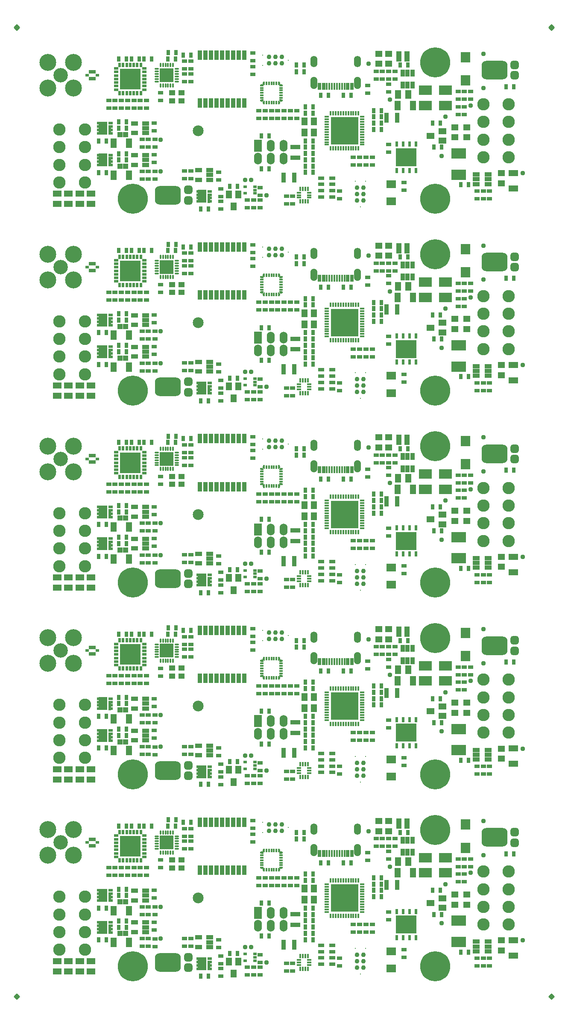
<source format=gts>
G04*
G04 #@! TF.GenerationSoftware,Altium Limited,Altium Designer,22.1.2 (22)*
G04*
G04 Layer_Color=8388736*
%FSLAX44Y44*%
%MOMM*%
G71*
G04*
G04 #@! TF.SameCoordinates,E043F6CF-6A60-43DD-A528-41309D8B8766*
G04*
G04*
G04 #@! TF.FilePolarity,Negative*
G04*
G01*
G75*
%ADD10C,0.1000*%
%ADD11C,0.2540*%
%ADD96R,1.0390X0.7850*%
%ADD97R,0.7850X1.0390*%
%ADD98R,0.6500X0.9500*%
%ADD99C,0.9370*%
%ADD100R,1.0000X2.1500*%
%ADD101R,0.8500X1.3500*%
%ADD102R,1.2500X1.5500*%
%ADD103R,1.4000X1.1500*%
G04:AMPARAMS|DCode=104|XSize=5.15mm|YSize=3.65mm|CornerRadius=0.95mm|HoleSize=0mm|Usage=FLASHONLY|Rotation=180.000|XOffset=0mm|YOffset=0mm|HoleType=Round|Shape=RoundedRectangle|*
%AMROUNDEDRECTD104*
21,1,5.1500,1.7500,0,0,180.0*
21,1,3.2500,3.6500,0,0,180.0*
1,1,1.9000,-1.6250,0.8750*
1,1,1.9000,1.6250,0.8750*
1,1,1.9000,1.6250,-0.8750*
1,1,1.9000,-1.6250,-0.8750*
%
%ADD104ROUNDEDRECTD104*%
G04:AMPARAMS|DCode=105|XSize=1.65mm|YSize=1.65mm|CornerRadius=0.45mm|HoleSize=0mm|Usage=FLASHONLY|Rotation=180.000|XOffset=0mm|YOffset=0mm|HoleType=Round|Shape=RoundedRectangle|*
%AMROUNDEDRECTD105*
21,1,1.6500,0.7500,0,0,180.0*
21,1,0.7500,1.6500,0,0,180.0*
1,1,0.9000,-0.3750,0.3750*
1,1,0.9000,0.3750,0.3750*
1,1,0.9000,0.3750,-0.3750*
1,1,0.9000,-0.3750,-0.3750*
%
%ADD105ROUNDEDRECTD105*%
%ADD106C,0.9500*%
%ADD107R,1.1660X1.9280*%
%ADD108R,0.9500X0.6500*%
%ADD109R,1.9280X1.1660*%
%ADD110R,1.6500X1.1500*%
%ADD111R,1.9500X2.1500*%
%ADD112R,0.4500X0.5000*%
%ADD113R,0.4500X0.7000*%
%ADD114R,0.5000X0.4500*%
%ADD115R,0.7000X0.4500*%
%ADD116R,1.3500X0.8500*%
%ADD117R,0.4000X0.8250*%
%ADD118R,0.8250X0.4000*%
%ADD119R,1.4000X0.7000*%
%ADD120R,0.7000X0.5000*%
%ADD121R,1.1500X1.0500*%
%ADD122R,0.7500X0.5700*%
%ADD123R,2.6500X1.8500*%
%ADD124R,1.8500X1.5500*%
%ADD125R,1.1500X1.6500*%
%ADD126R,5.4500X5.4500*%
%ADD127O,0.4000X0.9500*%
%ADD128O,0.9500X0.4000*%
%ADD129R,0.8500X1.9500*%
%ADD130R,0.9500X1.9500*%
%ADD131R,0.4500X1.4000*%
%ADD132R,0.7500X1.4000*%
%ADD133R,0.9500X0.5000*%
%ADD134R,0.6000X1.8300*%
%ADD135R,1.7000X2.5100*%
%ADD136R,1.8010X1.2930*%
%ADD137R,1.0500X1.0500*%
%ADD138O,0.3700X0.8500*%
%ADD139O,0.8500X0.3700*%
%ADD140R,2.8300X2.8300*%
%ADD141R,4.0250X4.0250*%
%ADD142R,0.8500X0.5500*%
%ADD143R,0.5500X0.8500*%
%ADD144R,4.1500X3.5500*%
%ADD145R,0.6000X1.0500*%
%ADD146R,2.9400X2.1500*%
%ADD147R,1.2930X1.8010*%
%ADD148R,1.2500X0.7500*%
%ADD149C,2.4500*%
%ADD150C,0.2500*%
%ADD151C,0.1500*%
%ADD152O,1.3500X2.2500*%
%ADD153O,1.3500X2.4500*%
%ADD154O,1.5500X2.3500*%
%ADD155R,1.5500X2.3500*%
%ADD156C,2.1500*%
%ADD157C,3.3500*%
%ADD158C,2.8500*%
%ADD159C,5.9500*%
G36*
X1085000Y1940000D02*
X1080000Y1935000D01*
X1075000Y1940000D01*
X1080000Y1945000D01*
X1085000Y1940000D01*
D02*
G37*
G36*
X25000D02*
X20000Y1935000D01*
X15000Y1940000D01*
X20000Y1945000D01*
X25000Y1940000D01*
D02*
G37*
G36*
X541618Y1830743D02*
X541732Y1830715D01*
X541842Y1830670D01*
X541942Y1830609D01*
X542032Y1830532D01*
X542109Y1830442D01*
X542170Y1830342D01*
X542215Y1830233D01*
X542243Y1830118D01*
X542252Y1830000D01*
Y1827750D01*
X542243Y1827632D01*
X542215Y1827518D01*
X542170Y1827408D01*
X542109Y1827308D01*
X542032Y1827218D01*
X540532Y1825718D01*
X540442Y1825641D01*
X540341Y1825580D01*
X540310Y1825567D01*
X540233Y1825535D01*
X540118Y1825507D01*
X540000Y1825498D01*
X538500D01*
X538382Y1825507D01*
X538268Y1825535D01*
X538158Y1825580D01*
X538058Y1825641D01*
X537968Y1825718D01*
X537891Y1825808D01*
X537830Y1825909D01*
X537785Y1826017D01*
X537757Y1826132D01*
X537748Y1826250D01*
Y1830000D01*
X537757Y1830118D01*
X537785Y1830233D01*
X537830Y1830342D01*
X537891Y1830442D01*
X537968Y1830532D01*
X538058Y1830609D01*
X538158Y1830670D01*
X538268Y1830715D01*
X538382Y1830743D01*
X538500Y1830752D01*
X541500D01*
X541618Y1830743D01*
D02*
G37*
G36*
X511618D02*
X511732Y1830715D01*
X511842Y1830670D01*
X511942Y1830609D01*
X512032Y1830532D01*
X512109Y1830442D01*
X512170Y1830342D01*
X512215Y1830233D01*
X512243Y1830118D01*
X512252Y1830000D01*
Y1826250D01*
X512243Y1826132D01*
X512215Y1826017D01*
X512170Y1825909D01*
X512109Y1825808D01*
X512032Y1825718D01*
X511942Y1825641D01*
X511842Y1825580D01*
X511732Y1825535D01*
X511618Y1825507D01*
X511500Y1825498D01*
X510000D01*
X509882Y1825507D01*
X509767Y1825535D01*
X509690Y1825567D01*
X509658Y1825580D01*
X509558Y1825641D01*
X509468Y1825718D01*
X507968Y1827218D01*
X507891Y1827308D01*
X507830Y1827408D01*
X507785Y1827518D01*
X507757Y1827632D01*
X507748Y1827750D01*
Y1830000D01*
X507757Y1830118D01*
X507785Y1830233D01*
X507830Y1830342D01*
X507891Y1830442D01*
X507968Y1830532D01*
X508058Y1830609D01*
X508158Y1830670D01*
X508268Y1830715D01*
X508382Y1830743D01*
X508500Y1830752D01*
X511500D01*
X511618Y1830743D01*
D02*
G37*
G36*
X545118Y1827243D02*
X545233Y1827216D01*
X545342Y1827170D01*
X545442Y1827109D01*
X545532Y1827032D01*
X545609Y1826942D01*
X545670Y1826842D01*
X545715Y1826732D01*
X545743Y1826618D01*
X545752Y1826500D01*
Y1823500D01*
X545743Y1823382D01*
X545715Y1823268D01*
X545670Y1823159D01*
X545609Y1823058D01*
X545532Y1822968D01*
X545442Y1822891D01*
X545342Y1822830D01*
X545233Y1822784D01*
X545118Y1822757D01*
X545000Y1822748D01*
X541250D01*
X541132Y1822757D01*
X541017Y1822784D01*
X540908Y1822830D01*
X540808Y1822891D01*
X540718Y1822968D01*
X540641Y1823058D01*
X540580Y1823159D01*
X540535Y1823268D01*
X540507Y1823382D01*
X540498Y1823500D01*
Y1825000D01*
X540507Y1825118D01*
X540535Y1825233D01*
X540566Y1825310D01*
X540580Y1825342D01*
X540641Y1825442D01*
X540718Y1825532D01*
X542218Y1827032D01*
X542308Y1827109D01*
X542408Y1827170D01*
X542518Y1827216D01*
X542632Y1827243D01*
X542750Y1827252D01*
X545000D01*
X545118Y1827243D01*
D02*
G37*
G36*
X507368D02*
X507482Y1827216D01*
X507592Y1827170D01*
X507692Y1827109D01*
X507782Y1827032D01*
X509282Y1825532D01*
X509359Y1825442D01*
X509420Y1825342D01*
X509434Y1825310D01*
X509465Y1825233D01*
X509493Y1825118D01*
X509502Y1825000D01*
Y1823500D01*
X509493Y1823382D01*
X509465Y1823268D01*
X509420Y1823159D01*
X509359Y1823058D01*
X509282Y1822968D01*
X509192Y1822891D01*
X509091Y1822830D01*
X508983Y1822784D01*
X508868Y1822757D01*
X508750Y1822748D01*
X505000D01*
X504882Y1822757D01*
X504767Y1822784D01*
X504658Y1822830D01*
X504558Y1822891D01*
X504468Y1822968D01*
X504391Y1823058D01*
X504330Y1823159D01*
X504285Y1823268D01*
X504257Y1823382D01*
X504248Y1823500D01*
Y1826500D01*
X504257Y1826618D01*
X504285Y1826732D01*
X504330Y1826842D01*
X504391Y1826942D01*
X504468Y1827032D01*
X504558Y1827109D01*
X504658Y1827170D01*
X504767Y1827216D01*
X504882Y1827243D01*
X505000Y1827252D01*
X507250D01*
X507368Y1827243D01*
D02*
G37*
G36*
X545118Y1797243D02*
X545233Y1797216D01*
X545342Y1797170D01*
X545442Y1797109D01*
X545532Y1797032D01*
X545609Y1796942D01*
X545670Y1796842D01*
X545715Y1796732D01*
X545743Y1796618D01*
X545752Y1796500D01*
Y1793500D01*
X545743Y1793382D01*
X545715Y1793268D01*
X545670Y1793159D01*
X545609Y1793058D01*
X545532Y1792968D01*
X545442Y1792891D01*
X545342Y1792830D01*
X545233Y1792784D01*
X545118Y1792757D01*
X545000Y1792748D01*
X542750D01*
X542632Y1792757D01*
X542518Y1792784D01*
X542408Y1792830D01*
X542308Y1792891D01*
X542218Y1792968D01*
X540718Y1794468D01*
X540641Y1794558D01*
X540580Y1794659D01*
X540566Y1794690D01*
X540535Y1794767D01*
X540507Y1794882D01*
X540498Y1795000D01*
Y1796500D01*
X540507Y1796618D01*
X540535Y1796732D01*
X540580Y1796842D01*
X540641Y1796942D01*
X540718Y1797032D01*
X540808Y1797109D01*
X540908Y1797170D01*
X541017Y1797216D01*
X541132Y1797243D01*
X541250Y1797252D01*
X545000D01*
X545118Y1797243D01*
D02*
G37*
G36*
X508868D02*
X508983Y1797216D01*
X509091Y1797170D01*
X509192Y1797109D01*
X509282Y1797032D01*
X509359Y1796942D01*
X509420Y1796842D01*
X509465Y1796732D01*
X509493Y1796618D01*
X509502Y1796500D01*
Y1795000D01*
X509493Y1794882D01*
X509465Y1794767D01*
X509434Y1794690D01*
X509420Y1794659D01*
X509359Y1794558D01*
X509282Y1794468D01*
X507782Y1792968D01*
X507692Y1792891D01*
X507592Y1792830D01*
X507482Y1792784D01*
X507368Y1792757D01*
X507250Y1792748D01*
X505000D01*
X504882Y1792757D01*
X504767Y1792784D01*
X504658Y1792830D01*
X504558Y1792891D01*
X504468Y1792968D01*
X504391Y1793058D01*
X504330Y1793159D01*
X504285Y1793268D01*
X504257Y1793382D01*
X504248Y1793500D01*
Y1796500D01*
X504257Y1796618D01*
X504285Y1796732D01*
X504330Y1796842D01*
X504391Y1796942D01*
X504468Y1797032D01*
X504558Y1797109D01*
X504658Y1797170D01*
X504767Y1797216D01*
X504882Y1797243D01*
X505000Y1797252D01*
X508750D01*
X508868Y1797243D01*
D02*
G37*
G36*
X540118Y1794493D02*
X540233Y1794465D01*
X540310Y1794434D01*
X540341Y1794420D01*
X540442Y1794359D01*
X540532Y1794282D01*
X542032Y1792782D01*
X542109Y1792692D01*
X542170Y1792592D01*
X542215Y1792482D01*
X542243Y1792368D01*
X542252Y1792250D01*
Y1790000D01*
X542243Y1789882D01*
X542215Y1789767D01*
X542170Y1789658D01*
X542109Y1789558D01*
X542032Y1789468D01*
X541942Y1789391D01*
X541842Y1789330D01*
X541732Y1789285D01*
X541618Y1789257D01*
X541500Y1789248D01*
X538500D01*
X538382Y1789257D01*
X538268Y1789285D01*
X538158Y1789330D01*
X538058Y1789391D01*
X537968Y1789468D01*
X537891Y1789558D01*
X537830Y1789658D01*
X537785Y1789767D01*
X537757Y1789882D01*
X537748Y1790000D01*
Y1793750D01*
X537757Y1793868D01*
X537785Y1793983D01*
X537830Y1794092D01*
X537891Y1794192D01*
X537968Y1794282D01*
X538058Y1794359D01*
X538158Y1794420D01*
X538268Y1794465D01*
X538382Y1794493D01*
X538500Y1794502D01*
X540000D01*
X540118Y1794493D01*
D02*
G37*
G36*
X511618D02*
X511732Y1794465D01*
X511842Y1794420D01*
X511942Y1794359D01*
X512032Y1794282D01*
X512109Y1794192D01*
X512170Y1794092D01*
X512215Y1793983D01*
X512243Y1793868D01*
X512252Y1793750D01*
Y1790000D01*
X512243Y1789882D01*
X512215Y1789767D01*
X512170Y1789658D01*
X512109Y1789558D01*
X512032Y1789468D01*
X511942Y1789391D01*
X511842Y1789330D01*
X511732Y1789285D01*
X511618Y1789257D01*
X511500Y1789248D01*
X508500D01*
X508382Y1789257D01*
X508268Y1789285D01*
X508158Y1789330D01*
X508058Y1789391D01*
X507968Y1789468D01*
X507891Y1789558D01*
X507830Y1789658D01*
X507785Y1789767D01*
X507757Y1789882D01*
X507748Y1790000D01*
Y1792250D01*
X507757Y1792368D01*
X507785Y1792482D01*
X507830Y1792592D01*
X507891Y1792692D01*
X507968Y1792782D01*
X509468Y1794282D01*
X509558Y1794359D01*
X509658Y1794420D01*
X509690Y1794434D01*
X509767Y1794465D01*
X509882Y1794493D01*
X510000Y1794502D01*
X511500D01*
X511618Y1794493D01*
D02*
G37*
G36*
X541618Y1450743D02*
X541732Y1450715D01*
X541842Y1450670D01*
X541942Y1450609D01*
X542032Y1450532D01*
X542109Y1450442D01*
X542170Y1450342D01*
X542215Y1450233D01*
X542243Y1450118D01*
X542252Y1450000D01*
Y1447750D01*
X542243Y1447632D01*
X542215Y1447518D01*
X542170Y1447408D01*
X542109Y1447308D01*
X542032Y1447218D01*
X540532Y1445718D01*
X540442Y1445641D01*
X540341Y1445580D01*
X540310Y1445567D01*
X540233Y1445535D01*
X540118Y1445507D01*
X540000Y1445498D01*
X538500D01*
X538382Y1445507D01*
X538268Y1445535D01*
X538158Y1445580D01*
X538058Y1445641D01*
X537968Y1445718D01*
X537891Y1445808D01*
X537830Y1445909D01*
X537785Y1446017D01*
X537757Y1446132D01*
X537748Y1446250D01*
Y1450000D01*
X537757Y1450118D01*
X537785Y1450233D01*
X537830Y1450342D01*
X537891Y1450442D01*
X537968Y1450532D01*
X538058Y1450609D01*
X538158Y1450670D01*
X538268Y1450715D01*
X538382Y1450743D01*
X538500Y1450752D01*
X541500D01*
X541618Y1450743D01*
D02*
G37*
G36*
X511618D02*
X511732Y1450715D01*
X511842Y1450670D01*
X511942Y1450609D01*
X512032Y1450532D01*
X512109Y1450442D01*
X512170Y1450342D01*
X512215Y1450233D01*
X512243Y1450118D01*
X512252Y1450000D01*
Y1446250D01*
X512243Y1446132D01*
X512215Y1446017D01*
X512170Y1445909D01*
X512109Y1445808D01*
X512032Y1445718D01*
X511942Y1445641D01*
X511842Y1445580D01*
X511732Y1445535D01*
X511618Y1445507D01*
X511500Y1445498D01*
X510000D01*
X509882Y1445507D01*
X509767Y1445535D01*
X509690Y1445567D01*
X509658Y1445580D01*
X509558Y1445641D01*
X509468Y1445718D01*
X507968Y1447218D01*
X507891Y1447308D01*
X507830Y1447408D01*
X507785Y1447518D01*
X507757Y1447632D01*
X507748Y1447750D01*
Y1450000D01*
X507757Y1450118D01*
X507785Y1450233D01*
X507830Y1450342D01*
X507891Y1450442D01*
X507968Y1450532D01*
X508058Y1450609D01*
X508158Y1450670D01*
X508268Y1450715D01*
X508382Y1450743D01*
X508500Y1450752D01*
X511500D01*
X511618Y1450743D01*
D02*
G37*
G36*
X545118Y1447243D02*
X545233Y1447216D01*
X545342Y1447170D01*
X545442Y1447109D01*
X545532Y1447032D01*
X545609Y1446942D01*
X545670Y1446842D01*
X545715Y1446732D01*
X545743Y1446618D01*
X545752Y1446500D01*
Y1443500D01*
X545743Y1443382D01*
X545715Y1443268D01*
X545670Y1443159D01*
X545609Y1443058D01*
X545532Y1442968D01*
X545442Y1442891D01*
X545342Y1442830D01*
X545233Y1442784D01*
X545118Y1442757D01*
X545000Y1442748D01*
X541250D01*
X541132Y1442757D01*
X541017Y1442784D01*
X540908Y1442830D01*
X540808Y1442891D01*
X540718Y1442968D01*
X540641Y1443058D01*
X540580Y1443159D01*
X540535Y1443268D01*
X540507Y1443382D01*
X540498Y1443500D01*
Y1445000D01*
X540507Y1445118D01*
X540535Y1445233D01*
X540566Y1445310D01*
X540580Y1445342D01*
X540641Y1445442D01*
X540718Y1445532D01*
X542218Y1447032D01*
X542308Y1447109D01*
X542408Y1447170D01*
X542518Y1447216D01*
X542632Y1447243D01*
X542750Y1447252D01*
X545000D01*
X545118Y1447243D01*
D02*
G37*
G36*
X507368D02*
X507482Y1447216D01*
X507592Y1447170D01*
X507692Y1447109D01*
X507782Y1447032D01*
X509282Y1445532D01*
X509359Y1445442D01*
X509420Y1445342D01*
X509434Y1445310D01*
X509465Y1445233D01*
X509493Y1445118D01*
X509502Y1445000D01*
Y1443500D01*
X509493Y1443382D01*
X509465Y1443268D01*
X509420Y1443159D01*
X509359Y1443058D01*
X509282Y1442968D01*
X509192Y1442891D01*
X509091Y1442830D01*
X508983Y1442784D01*
X508868Y1442757D01*
X508750Y1442748D01*
X505000D01*
X504882Y1442757D01*
X504767Y1442784D01*
X504658Y1442830D01*
X504558Y1442891D01*
X504468Y1442968D01*
X504391Y1443058D01*
X504330Y1443159D01*
X504285Y1443268D01*
X504257Y1443382D01*
X504248Y1443500D01*
Y1446500D01*
X504257Y1446618D01*
X504285Y1446732D01*
X504330Y1446842D01*
X504391Y1446942D01*
X504468Y1447032D01*
X504558Y1447109D01*
X504658Y1447170D01*
X504767Y1447216D01*
X504882Y1447243D01*
X505000Y1447252D01*
X507250D01*
X507368Y1447243D01*
D02*
G37*
G36*
X545118Y1417243D02*
X545233Y1417216D01*
X545342Y1417170D01*
X545442Y1417109D01*
X545532Y1417032D01*
X545609Y1416942D01*
X545670Y1416842D01*
X545715Y1416732D01*
X545743Y1416618D01*
X545752Y1416500D01*
Y1413500D01*
X545743Y1413382D01*
X545715Y1413268D01*
X545670Y1413159D01*
X545609Y1413058D01*
X545532Y1412968D01*
X545442Y1412891D01*
X545342Y1412830D01*
X545233Y1412784D01*
X545118Y1412757D01*
X545000Y1412748D01*
X542750D01*
X542632Y1412757D01*
X542518Y1412784D01*
X542408Y1412830D01*
X542308Y1412891D01*
X542218Y1412968D01*
X540718Y1414468D01*
X540641Y1414558D01*
X540580Y1414659D01*
X540566Y1414690D01*
X540535Y1414767D01*
X540507Y1414882D01*
X540498Y1415000D01*
Y1416500D01*
X540507Y1416618D01*
X540535Y1416732D01*
X540580Y1416842D01*
X540641Y1416942D01*
X540718Y1417032D01*
X540808Y1417109D01*
X540908Y1417170D01*
X541017Y1417216D01*
X541132Y1417243D01*
X541250Y1417252D01*
X545000D01*
X545118Y1417243D01*
D02*
G37*
G36*
X508868D02*
X508983Y1417216D01*
X509091Y1417170D01*
X509192Y1417109D01*
X509282Y1417032D01*
X509359Y1416942D01*
X509420Y1416842D01*
X509465Y1416732D01*
X509493Y1416618D01*
X509502Y1416500D01*
Y1415000D01*
X509493Y1414882D01*
X509465Y1414767D01*
X509434Y1414690D01*
X509420Y1414659D01*
X509359Y1414558D01*
X509282Y1414468D01*
X507782Y1412968D01*
X507692Y1412891D01*
X507592Y1412830D01*
X507482Y1412784D01*
X507368Y1412757D01*
X507250Y1412748D01*
X505000D01*
X504882Y1412757D01*
X504767Y1412784D01*
X504658Y1412830D01*
X504558Y1412891D01*
X504468Y1412968D01*
X504391Y1413058D01*
X504330Y1413159D01*
X504285Y1413268D01*
X504257Y1413382D01*
X504248Y1413500D01*
Y1416500D01*
X504257Y1416618D01*
X504285Y1416732D01*
X504330Y1416842D01*
X504391Y1416942D01*
X504468Y1417032D01*
X504558Y1417109D01*
X504658Y1417170D01*
X504767Y1417216D01*
X504882Y1417243D01*
X505000Y1417252D01*
X508750D01*
X508868Y1417243D01*
D02*
G37*
G36*
X540118Y1414493D02*
X540233Y1414465D01*
X540310Y1414434D01*
X540341Y1414420D01*
X540442Y1414359D01*
X540532Y1414282D01*
X542032Y1412782D01*
X542109Y1412692D01*
X542170Y1412592D01*
X542215Y1412482D01*
X542243Y1412368D01*
X542252Y1412250D01*
Y1410000D01*
X542243Y1409882D01*
X542215Y1409767D01*
X542170Y1409658D01*
X542109Y1409558D01*
X542032Y1409468D01*
X541942Y1409391D01*
X541842Y1409330D01*
X541732Y1409285D01*
X541618Y1409257D01*
X541500Y1409248D01*
X538500D01*
X538382Y1409257D01*
X538268Y1409285D01*
X538158Y1409330D01*
X538058Y1409391D01*
X537968Y1409468D01*
X537891Y1409558D01*
X537830Y1409658D01*
X537785Y1409767D01*
X537757Y1409882D01*
X537748Y1410000D01*
Y1413750D01*
X537757Y1413868D01*
X537785Y1413983D01*
X537830Y1414092D01*
X537891Y1414192D01*
X537968Y1414282D01*
X538058Y1414359D01*
X538158Y1414420D01*
X538268Y1414465D01*
X538382Y1414493D01*
X538500Y1414502D01*
X540000D01*
X540118Y1414493D01*
D02*
G37*
G36*
X511618D02*
X511732Y1414465D01*
X511842Y1414420D01*
X511942Y1414359D01*
X512032Y1414282D01*
X512109Y1414192D01*
X512170Y1414092D01*
X512215Y1413983D01*
X512243Y1413868D01*
X512252Y1413750D01*
Y1410000D01*
X512243Y1409882D01*
X512215Y1409767D01*
X512170Y1409658D01*
X512109Y1409558D01*
X512032Y1409468D01*
X511942Y1409391D01*
X511842Y1409330D01*
X511732Y1409285D01*
X511618Y1409257D01*
X511500Y1409248D01*
X508500D01*
X508382Y1409257D01*
X508268Y1409285D01*
X508158Y1409330D01*
X508058Y1409391D01*
X507968Y1409468D01*
X507891Y1409558D01*
X507830Y1409658D01*
X507785Y1409767D01*
X507757Y1409882D01*
X507748Y1410000D01*
Y1412250D01*
X507757Y1412368D01*
X507785Y1412482D01*
X507830Y1412592D01*
X507891Y1412692D01*
X507968Y1412782D01*
X509468Y1414282D01*
X509558Y1414359D01*
X509658Y1414420D01*
X509690Y1414434D01*
X509767Y1414465D01*
X509882Y1414493D01*
X510000Y1414502D01*
X511500D01*
X511618Y1414493D01*
D02*
G37*
G36*
X541618Y1070743D02*
X541732Y1070715D01*
X541842Y1070670D01*
X541942Y1070609D01*
X542032Y1070532D01*
X542109Y1070442D01*
X542170Y1070342D01*
X542215Y1070232D01*
X542243Y1070118D01*
X542252Y1070000D01*
Y1067750D01*
X542243Y1067632D01*
X542215Y1067517D01*
X542170Y1067409D01*
X542109Y1067308D01*
X542032Y1067218D01*
X540532Y1065718D01*
X540442Y1065641D01*
X540341Y1065580D01*
X540310Y1065566D01*
X540233Y1065535D01*
X540118Y1065507D01*
X540000Y1065498D01*
X538500D01*
X538382Y1065507D01*
X538268Y1065535D01*
X538158Y1065580D01*
X538058Y1065641D01*
X537968Y1065718D01*
X537891Y1065808D01*
X537830Y1065909D01*
X537785Y1066018D01*
X537757Y1066132D01*
X537748Y1066250D01*
Y1070000D01*
X537757Y1070118D01*
X537785Y1070232D01*
X537830Y1070342D01*
X537891Y1070442D01*
X537968Y1070532D01*
X538058Y1070609D01*
X538158Y1070670D01*
X538268Y1070715D01*
X538382Y1070743D01*
X538500Y1070752D01*
X541500D01*
X541618Y1070743D01*
D02*
G37*
G36*
X511618D02*
X511732Y1070715D01*
X511842Y1070670D01*
X511942Y1070609D01*
X512032Y1070532D01*
X512109Y1070442D01*
X512170Y1070342D01*
X512215Y1070232D01*
X512243Y1070118D01*
X512252Y1070000D01*
Y1066250D01*
X512243Y1066132D01*
X512215Y1066018D01*
X512170Y1065909D01*
X512109Y1065808D01*
X512032Y1065718D01*
X511942Y1065641D01*
X511842Y1065580D01*
X511732Y1065535D01*
X511618Y1065507D01*
X511500Y1065498D01*
X510000D01*
X509882Y1065507D01*
X509767Y1065535D01*
X509690Y1065566D01*
X509658Y1065580D01*
X509558Y1065641D01*
X509468Y1065718D01*
X507968Y1067218D01*
X507891Y1067308D01*
X507830Y1067409D01*
X507785Y1067517D01*
X507757Y1067632D01*
X507748Y1067750D01*
Y1070000D01*
X507757Y1070118D01*
X507785Y1070232D01*
X507830Y1070342D01*
X507891Y1070442D01*
X507968Y1070532D01*
X508058Y1070609D01*
X508158Y1070670D01*
X508268Y1070715D01*
X508382Y1070743D01*
X508500Y1070752D01*
X511500D01*
X511618Y1070743D01*
D02*
G37*
G36*
X545118Y1067243D02*
X545233Y1067215D01*
X545342Y1067170D01*
X545442Y1067109D01*
X545532Y1067032D01*
X545609Y1066942D01*
X545670Y1066842D01*
X545715Y1066732D01*
X545743Y1066618D01*
X545752Y1066500D01*
Y1063500D01*
X545743Y1063382D01*
X545715Y1063268D01*
X545670Y1063158D01*
X545609Y1063058D01*
X545532Y1062968D01*
X545442Y1062891D01*
X545342Y1062830D01*
X545233Y1062785D01*
X545118Y1062757D01*
X545000Y1062748D01*
X541250D01*
X541132Y1062757D01*
X541017Y1062785D01*
X540908Y1062830D01*
X540808Y1062891D01*
X540718Y1062968D01*
X540641Y1063058D01*
X540580Y1063158D01*
X540535Y1063268D01*
X540507Y1063382D01*
X540498Y1063500D01*
Y1065000D01*
X540507Y1065118D01*
X540535Y1065232D01*
X540566Y1065310D01*
X540580Y1065342D01*
X540641Y1065442D01*
X540718Y1065532D01*
X542218Y1067032D01*
X542308Y1067109D01*
X542408Y1067170D01*
X542518Y1067215D01*
X542632Y1067243D01*
X542750Y1067252D01*
X545000D01*
X545118Y1067243D01*
D02*
G37*
G36*
X507368D02*
X507482Y1067215D01*
X507592Y1067170D01*
X507692Y1067109D01*
X507782Y1067032D01*
X509282Y1065532D01*
X509359Y1065442D01*
X509420Y1065342D01*
X509434Y1065310D01*
X509465Y1065232D01*
X509493Y1065118D01*
X509502Y1065000D01*
Y1063500D01*
X509493Y1063382D01*
X509465Y1063268D01*
X509420Y1063158D01*
X509359Y1063058D01*
X509282Y1062968D01*
X509192Y1062891D01*
X509091Y1062830D01*
X508983Y1062785D01*
X508868Y1062757D01*
X508750Y1062748D01*
X505000D01*
X504882Y1062757D01*
X504767Y1062785D01*
X504658Y1062830D01*
X504558Y1062891D01*
X504468Y1062968D01*
X504391Y1063058D01*
X504330Y1063158D01*
X504285Y1063268D01*
X504257Y1063382D01*
X504248Y1063500D01*
Y1066500D01*
X504257Y1066618D01*
X504285Y1066732D01*
X504330Y1066842D01*
X504391Y1066942D01*
X504468Y1067032D01*
X504558Y1067109D01*
X504658Y1067170D01*
X504767Y1067215D01*
X504882Y1067243D01*
X505000Y1067252D01*
X507250D01*
X507368Y1067243D01*
D02*
G37*
G36*
X545118Y1037243D02*
X545233Y1037215D01*
X545342Y1037170D01*
X545442Y1037109D01*
X545532Y1037032D01*
X545609Y1036942D01*
X545670Y1036842D01*
X545715Y1036732D01*
X545743Y1036618D01*
X545752Y1036500D01*
Y1033500D01*
X545743Y1033382D01*
X545715Y1033268D01*
X545670Y1033158D01*
X545609Y1033058D01*
X545532Y1032968D01*
X545442Y1032891D01*
X545342Y1032830D01*
X545233Y1032785D01*
X545118Y1032757D01*
X545000Y1032748D01*
X542750D01*
X542632Y1032757D01*
X542518Y1032785D01*
X542408Y1032830D01*
X542308Y1032891D01*
X542218Y1032968D01*
X540718Y1034468D01*
X540641Y1034558D01*
X540580Y1034659D01*
X540566Y1034690D01*
X540535Y1034768D01*
X540507Y1034882D01*
X540498Y1035000D01*
Y1036500D01*
X540507Y1036618D01*
X540535Y1036732D01*
X540580Y1036842D01*
X540641Y1036942D01*
X540718Y1037032D01*
X540808Y1037109D01*
X540908Y1037170D01*
X541017Y1037215D01*
X541132Y1037243D01*
X541250Y1037252D01*
X545000D01*
X545118Y1037243D01*
D02*
G37*
G36*
X508868D02*
X508983Y1037215D01*
X509091Y1037170D01*
X509192Y1037109D01*
X509282Y1037032D01*
X509359Y1036942D01*
X509420Y1036842D01*
X509465Y1036732D01*
X509493Y1036618D01*
X509502Y1036500D01*
Y1035000D01*
X509493Y1034882D01*
X509465Y1034768D01*
X509434Y1034690D01*
X509420Y1034659D01*
X509359Y1034558D01*
X509282Y1034468D01*
X507782Y1032968D01*
X507692Y1032891D01*
X507592Y1032830D01*
X507482Y1032785D01*
X507368Y1032757D01*
X507250Y1032748D01*
X505000D01*
X504882Y1032757D01*
X504767Y1032785D01*
X504658Y1032830D01*
X504558Y1032891D01*
X504468Y1032968D01*
X504391Y1033058D01*
X504330Y1033158D01*
X504285Y1033268D01*
X504257Y1033382D01*
X504248Y1033500D01*
Y1036500D01*
X504257Y1036618D01*
X504285Y1036732D01*
X504330Y1036842D01*
X504391Y1036942D01*
X504468Y1037032D01*
X504558Y1037109D01*
X504658Y1037170D01*
X504767Y1037215D01*
X504882Y1037243D01*
X505000Y1037252D01*
X508750D01*
X508868Y1037243D01*
D02*
G37*
G36*
X540118Y1034493D02*
X540233Y1034465D01*
X540310Y1034434D01*
X540341Y1034420D01*
X540442Y1034359D01*
X540532Y1034282D01*
X542032Y1032782D01*
X542109Y1032692D01*
X542170Y1032592D01*
X542215Y1032483D01*
X542243Y1032368D01*
X542252Y1032250D01*
Y1030000D01*
X542243Y1029882D01*
X542215Y1029768D01*
X542170Y1029658D01*
X542109Y1029558D01*
X542032Y1029468D01*
X541942Y1029391D01*
X541842Y1029330D01*
X541732Y1029285D01*
X541618Y1029257D01*
X541500Y1029248D01*
X538500D01*
X538382Y1029257D01*
X538268Y1029285D01*
X538158Y1029330D01*
X538058Y1029391D01*
X537968Y1029468D01*
X537891Y1029558D01*
X537830Y1029658D01*
X537785Y1029768D01*
X537757Y1029882D01*
X537748Y1030000D01*
Y1033750D01*
X537757Y1033868D01*
X537785Y1033982D01*
X537830Y1034092D01*
X537891Y1034192D01*
X537968Y1034282D01*
X538058Y1034359D01*
X538158Y1034420D01*
X538268Y1034465D01*
X538382Y1034493D01*
X538500Y1034502D01*
X540000D01*
X540118Y1034493D01*
D02*
G37*
G36*
X511618D02*
X511732Y1034465D01*
X511842Y1034420D01*
X511942Y1034359D01*
X512032Y1034282D01*
X512109Y1034192D01*
X512170Y1034092D01*
X512215Y1033982D01*
X512243Y1033868D01*
X512252Y1033750D01*
Y1030000D01*
X512243Y1029882D01*
X512215Y1029768D01*
X512170Y1029658D01*
X512109Y1029558D01*
X512032Y1029468D01*
X511942Y1029391D01*
X511842Y1029330D01*
X511732Y1029285D01*
X511618Y1029257D01*
X511500Y1029248D01*
X508500D01*
X508382Y1029257D01*
X508268Y1029285D01*
X508158Y1029330D01*
X508058Y1029391D01*
X507968Y1029468D01*
X507891Y1029558D01*
X507830Y1029658D01*
X507785Y1029768D01*
X507757Y1029882D01*
X507748Y1030000D01*
Y1032250D01*
X507757Y1032368D01*
X507785Y1032483D01*
X507830Y1032592D01*
X507891Y1032692D01*
X507968Y1032782D01*
X509468Y1034282D01*
X509558Y1034359D01*
X509658Y1034420D01*
X509690Y1034434D01*
X509767Y1034465D01*
X509882Y1034493D01*
X510000Y1034502D01*
X511500D01*
X511618Y1034493D01*
D02*
G37*
G36*
X541618Y690743D02*
X541732Y690715D01*
X541842Y690670D01*
X541942Y690609D01*
X542032Y690532D01*
X542109Y690442D01*
X542170Y690342D01*
X542215Y690232D01*
X542243Y690118D01*
X542252Y690000D01*
Y687750D01*
X542243Y687632D01*
X542215Y687517D01*
X542170Y687409D01*
X542109Y687308D01*
X542032Y687218D01*
X540532Y685718D01*
X540442Y685641D01*
X540341Y685580D01*
X540310Y685566D01*
X540233Y685535D01*
X540118Y685507D01*
X540000Y685498D01*
X538500D01*
X538382Y685507D01*
X538268Y685535D01*
X538158Y685580D01*
X538058Y685641D01*
X537968Y685718D01*
X537891Y685808D01*
X537830Y685909D01*
X537785Y686018D01*
X537757Y686132D01*
X537748Y686250D01*
Y690000D01*
X537757Y690118D01*
X537785Y690232D01*
X537830Y690342D01*
X537891Y690442D01*
X537968Y690532D01*
X538058Y690609D01*
X538158Y690670D01*
X538268Y690715D01*
X538382Y690743D01*
X538500Y690752D01*
X541500D01*
X541618Y690743D01*
D02*
G37*
G36*
X511618D02*
X511732Y690715D01*
X511842Y690670D01*
X511942Y690609D01*
X512032Y690532D01*
X512109Y690442D01*
X512170Y690342D01*
X512215Y690232D01*
X512243Y690118D01*
X512252Y690000D01*
Y686250D01*
X512243Y686132D01*
X512215Y686018D01*
X512170Y685909D01*
X512109Y685808D01*
X512032Y685718D01*
X511942Y685641D01*
X511842Y685580D01*
X511732Y685535D01*
X511618Y685507D01*
X511500Y685498D01*
X510000D01*
X509882Y685507D01*
X509767Y685535D01*
X509690Y685566D01*
X509658Y685580D01*
X509558Y685641D01*
X509468Y685718D01*
X507968Y687218D01*
X507891Y687308D01*
X507830Y687409D01*
X507785Y687517D01*
X507757Y687632D01*
X507748Y687750D01*
Y690000D01*
X507757Y690118D01*
X507785Y690232D01*
X507830Y690342D01*
X507891Y690442D01*
X507968Y690532D01*
X508058Y690609D01*
X508158Y690670D01*
X508268Y690715D01*
X508382Y690743D01*
X508500Y690752D01*
X511500D01*
X511618Y690743D01*
D02*
G37*
G36*
X545118Y687243D02*
X545233Y687215D01*
X545342Y687170D01*
X545442Y687109D01*
X545532Y687032D01*
X545609Y686942D01*
X545670Y686842D01*
X545715Y686732D01*
X545743Y686618D01*
X545752Y686500D01*
Y683500D01*
X545743Y683382D01*
X545715Y683268D01*
X545670Y683158D01*
X545609Y683058D01*
X545532Y682968D01*
X545442Y682891D01*
X545342Y682830D01*
X545233Y682785D01*
X545118Y682757D01*
X545000Y682748D01*
X541250D01*
X541132Y682757D01*
X541017Y682785D01*
X540908Y682830D01*
X540808Y682891D01*
X540718Y682968D01*
X540641Y683058D01*
X540580Y683158D01*
X540535Y683268D01*
X540507Y683382D01*
X540498Y683500D01*
Y685000D01*
X540507Y685118D01*
X540535Y685232D01*
X540566Y685310D01*
X540580Y685342D01*
X540641Y685442D01*
X540718Y685532D01*
X542218Y687032D01*
X542308Y687109D01*
X542408Y687170D01*
X542518Y687215D01*
X542632Y687243D01*
X542750Y687252D01*
X545000D01*
X545118Y687243D01*
D02*
G37*
G36*
X507368D02*
X507482Y687215D01*
X507592Y687170D01*
X507692Y687109D01*
X507782Y687032D01*
X509282Y685532D01*
X509359Y685442D01*
X509420Y685342D01*
X509434Y685310D01*
X509465Y685232D01*
X509493Y685118D01*
X509502Y685000D01*
Y683500D01*
X509493Y683382D01*
X509465Y683268D01*
X509420Y683158D01*
X509359Y683058D01*
X509282Y682968D01*
X509192Y682891D01*
X509091Y682830D01*
X508983Y682785D01*
X508868Y682757D01*
X508750Y682748D01*
X505000D01*
X504882Y682757D01*
X504767Y682785D01*
X504658Y682830D01*
X504558Y682891D01*
X504468Y682968D01*
X504391Y683058D01*
X504330Y683158D01*
X504285Y683268D01*
X504257Y683382D01*
X504248Y683500D01*
Y686500D01*
X504257Y686618D01*
X504285Y686732D01*
X504330Y686842D01*
X504391Y686942D01*
X504468Y687032D01*
X504558Y687109D01*
X504658Y687170D01*
X504767Y687215D01*
X504882Y687243D01*
X505000Y687252D01*
X507250D01*
X507368Y687243D01*
D02*
G37*
G36*
X545118Y657243D02*
X545233Y657215D01*
X545342Y657170D01*
X545442Y657109D01*
X545532Y657032D01*
X545609Y656942D01*
X545670Y656842D01*
X545715Y656732D01*
X545743Y656618D01*
X545752Y656500D01*
Y653500D01*
X545743Y653382D01*
X545715Y653268D01*
X545670Y653158D01*
X545609Y653058D01*
X545532Y652968D01*
X545442Y652891D01*
X545342Y652830D01*
X545233Y652785D01*
X545118Y652757D01*
X545000Y652748D01*
X542750D01*
X542632Y652757D01*
X542518Y652785D01*
X542408Y652830D01*
X542308Y652891D01*
X542218Y652968D01*
X540718Y654468D01*
X540641Y654558D01*
X540580Y654659D01*
X540566Y654690D01*
X540535Y654768D01*
X540507Y654882D01*
X540498Y655000D01*
Y656500D01*
X540507Y656618D01*
X540535Y656732D01*
X540580Y656842D01*
X540641Y656942D01*
X540718Y657032D01*
X540808Y657109D01*
X540908Y657170D01*
X541017Y657215D01*
X541132Y657243D01*
X541250Y657252D01*
X545000D01*
X545118Y657243D01*
D02*
G37*
G36*
X508868D02*
X508983Y657215D01*
X509091Y657170D01*
X509192Y657109D01*
X509282Y657032D01*
X509359Y656942D01*
X509420Y656842D01*
X509465Y656732D01*
X509493Y656618D01*
X509502Y656500D01*
Y655000D01*
X509493Y654882D01*
X509465Y654768D01*
X509434Y654690D01*
X509420Y654659D01*
X509359Y654558D01*
X509282Y654468D01*
X507782Y652968D01*
X507692Y652891D01*
X507592Y652830D01*
X507482Y652785D01*
X507368Y652757D01*
X507250Y652748D01*
X505000D01*
X504882Y652757D01*
X504767Y652785D01*
X504658Y652830D01*
X504558Y652891D01*
X504468Y652968D01*
X504391Y653058D01*
X504330Y653158D01*
X504285Y653268D01*
X504257Y653382D01*
X504248Y653500D01*
Y656500D01*
X504257Y656618D01*
X504285Y656732D01*
X504330Y656842D01*
X504391Y656942D01*
X504468Y657032D01*
X504558Y657109D01*
X504658Y657170D01*
X504767Y657215D01*
X504882Y657243D01*
X505000Y657252D01*
X508750D01*
X508868Y657243D01*
D02*
G37*
G36*
X540118Y654493D02*
X540233Y654465D01*
X540310Y654434D01*
X540341Y654420D01*
X540442Y654359D01*
X540532Y654282D01*
X542032Y652782D01*
X542109Y652692D01*
X542170Y652592D01*
X542215Y652483D01*
X542243Y652368D01*
X542252Y652250D01*
Y650000D01*
X542243Y649882D01*
X542215Y649768D01*
X542170Y649658D01*
X542109Y649558D01*
X542032Y649468D01*
X541942Y649391D01*
X541842Y649330D01*
X541732Y649285D01*
X541618Y649257D01*
X541500Y649248D01*
X538500D01*
X538382Y649257D01*
X538268Y649285D01*
X538158Y649330D01*
X538058Y649391D01*
X537968Y649468D01*
X537891Y649558D01*
X537830Y649658D01*
X537785Y649768D01*
X537757Y649882D01*
X537748Y650000D01*
Y653750D01*
X537757Y653868D01*
X537785Y653982D01*
X537830Y654092D01*
X537891Y654192D01*
X537968Y654282D01*
X538058Y654359D01*
X538158Y654420D01*
X538268Y654465D01*
X538382Y654493D01*
X538500Y654502D01*
X540000D01*
X540118Y654493D01*
D02*
G37*
G36*
X511618D02*
X511732Y654465D01*
X511842Y654420D01*
X511942Y654359D01*
X512032Y654282D01*
X512109Y654192D01*
X512170Y654092D01*
X512215Y653982D01*
X512243Y653868D01*
X512252Y653750D01*
Y650000D01*
X512243Y649882D01*
X512215Y649768D01*
X512170Y649658D01*
X512109Y649558D01*
X512032Y649468D01*
X511942Y649391D01*
X511842Y649330D01*
X511732Y649285D01*
X511618Y649257D01*
X511500Y649248D01*
X508500D01*
X508382Y649257D01*
X508268Y649285D01*
X508158Y649330D01*
X508058Y649391D01*
X507968Y649468D01*
X507891Y649558D01*
X507830Y649658D01*
X507785Y649768D01*
X507757Y649882D01*
X507748Y650000D01*
Y652250D01*
X507757Y652368D01*
X507785Y652483D01*
X507830Y652592D01*
X507891Y652692D01*
X507968Y652782D01*
X509468Y654282D01*
X509558Y654359D01*
X509658Y654420D01*
X509690Y654434D01*
X509767Y654465D01*
X509882Y654493D01*
X510000Y654502D01*
X511500D01*
X511618Y654493D01*
D02*
G37*
G36*
X541618Y310743D02*
X541732Y310716D01*
X541842Y310670D01*
X541942Y310609D01*
X542032Y310532D01*
X542109Y310442D01*
X542170Y310342D01*
X542215Y310233D01*
X542243Y310118D01*
X542252Y310000D01*
Y307750D01*
X542243Y307632D01*
X542215Y307518D01*
X542170Y307409D01*
X542109Y307308D01*
X542032Y307218D01*
X540532Y305718D01*
X540442Y305641D01*
X540341Y305580D01*
X540310Y305566D01*
X540233Y305534D01*
X540118Y305507D01*
X540000Y305498D01*
X538500D01*
X538382Y305507D01*
X538268Y305534D01*
X538158Y305580D01*
X538058Y305641D01*
X537968Y305718D01*
X537891Y305808D01*
X537830Y305909D01*
X537785Y306017D01*
X537757Y306132D01*
X537748Y306250D01*
Y310000D01*
X537757Y310118D01*
X537785Y310233D01*
X537830Y310342D01*
X537891Y310442D01*
X537968Y310532D01*
X538058Y310609D01*
X538158Y310670D01*
X538268Y310716D01*
X538382Y310743D01*
X538500Y310752D01*
X541500D01*
X541618Y310743D01*
D02*
G37*
G36*
X511618D02*
X511732Y310716D01*
X511842Y310670D01*
X511942Y310609D01*
X512032Y310532D01*
X512109Y310442D01*
X512170Y310342D01*
X512215Y310233D01*
X512243Y310118D01*
X512252Y310000D01*
Y306250D01*
X512243Y306132D01*
X512215Y306017D01*
X512170Y305909D01*
X512109Y305808D01*
X512032Y305718D01*
X511942Y305641D01*
X511842Y305580D01*
X511732Y305534D01*
X511618Y305507D01*
X511500Y305498D01*
X510000D01*
X509882Y305507D01*
X509767Y305534D01*
X509690Y305566D01*
X509658Y305580D01*
X509558Y305641D01*
X509468Y305718D01*
X507968Y307218D01*
X507891Y307308D01*
X507830Y307409D01*
X507785Y307518D01*
X507757Y307632D01*
X507748Y307750D01*
Y310000D01*
X507757Y310118D01*
X507785Y310233D01*
X507830Y310342D01*
X507891Y310442D01*
X507968Y310532D01*
X508058Y310609D01*
X508158Y310670D01*
X508268Y310716D01*
X508382Y310743D01*
X508500Y310752D01*
X511500D01*
X511618Y310743D01*
D02*
G37*
G36*
X545118Y307243D02*
X545233Y307215D01*
X545342Y307170D01*
X545442Y307109D01*
X545532Y307032D01*
X545609Y306942D01*
X545670Y306842D01*
X545715Y306733D01*
X545743Y306618D01*
X545752Y306500D01*
Y303500D01*
X545743Y303382D01*
X545715Y303267D01*
X545670Y303158D01*
X545609Y303058D01*
X545532Y302968D01*
X545442Y302891D01*
X545342Y302830D01*
X545233Y302785D01*
X545118Y302757D01*
X545000Y302748D01*
X541250D01*
X541132Y302757D01*
X541017Y302785D01*
X540908Y302830D01*
X540808Y302891D01*
X540718Y302968D01*
X540641Y303058D01*
X540580Y303158D01*
X540535Y303267D01*
X540507Y303382D01*
X540498Y303500D01*
Y305000D01*
X540507Y305118D01*
X540535Y305233D01*
X540566Y305310D01*
X540580Y305342D01*
X540641Y305442D01*
X540718Y305532D01*
X542218Y307032D01*
X542308Y307109D01*
X542408Y307170D01*
X542518Y307215D01*
X542632Y307243D01*
X542750Y307252D01*
X545000D01*
X545118Y307243D01*
D02*
G37*
G36*
X507368D02*
X507482Y307215D01*
X507592Y307170D01*
X507692Y307109D01*
X507782Y307032D01*
X509282Y305532D01*
X509359Y305442D01*
X509420Y305342D01*
X509434Y305310D01*
X509465Y305233D01*
X509493Y305118D01*
X509502Y305000D01*
Y303500D01*
X509493Y303382D01*
X509465Y303267D01*
X509420Y303158D01*
X509359Y303058D01*
X509282Y302968D01*
X509192Y302891D01*
X509091Y302830D01*
X508983Y302785D01*
X508868Y302757D01*
X508750Y302748D01*
X505000D01*
X504882Y302757D01*
X504767Y302785D01*
X504658Y302830D01*
X504558Y302891D01*
X504468Y302968D01*
X504391Y303058D01*
X504330Y303158D01*
X504285Y303267D01*
X504257Y303382D01*
X504248Y303500D01*
Y306500D01*
X504257Y306618D01*
X504285Y306733D01*
X504330Y306842D01*
X504391Y306942D01*
X504468Y307032D01*
X504558Y307109D01*
X504658Y307170D01*
X504767Y307215D01*
X504882Y307243D01*
X505000Y307252D01*
X507250D01*
X507368Y307243D01*
D02*
G37*
G36*
X545118Y277243D02*
X545233Y277215D01*
X545342Y277170D01*
X545442Y277109D01*
X545532Y277032D01*
X545609Y276942D01*
X545670Y276842D01*
X545715Y276733D01*
X545743Y276618D01*
X545752Y276500D01*
Y273500D01*
X545743Y273382D01*
X545715Y273267D01*
X545670Y273158D01*
X545609Y273058D01*
X545532Y272968D01*
X545442Y272891D01*
X545342Y272830D01*
X545233Y272785D01*
X545118Y272757D01*
X545000Y272748D01*
X542750D01*
X542632Y272757D01*
X542518Y272785D01*
X542408Y272830D01*
X542308Y272891D01*
X542218Y272968D01*
X540718Y274468D01*
X540641Y274558D01*
X540580Y274659D01*
X540566Y274690D01*
X540535Y274767D01*
X540507Y274882D01*
X540498Y275000D01*
Y276500D01*
X540507Y276618D01*
X540535Y276733D01*
X540580Y276842D01*
X540641Y276942D01*
X540718Y277032D01*
X540808Y277109D01*
X540908Y277170D01*
X541017Y277215D01*
X541132Y277243D01*
X541250Y277252D01*
X545000D01*
X545118Y277243D01*
D02*
G37*
G36*
X508868D02*
X508983Y277215D01*
X509091Y277170D01*
X509192Y277109D01*
X509282Y277032D01*
X509359Y276942D01*
X509420Y276842D01*
X509465Y276733D01*
X509493Y276618D01*
X509502Y276500D01*
Y275000D01*
X509493Y274882D01*
X509465Y274767D01*
X509434Y274690D01*
X509420Y274659D01*
X509359Y274558D01*
X509282Y274468D01*
X507782Y272968D01*
X507692Y272891D01*
X507592Y272830D01*
X507482Y272785D01*
X507368Y272757D01*
X507250Y272748D01*
X505000D01*
X504882Y272757D01*
X504767Y272785D01*
X504658Y272830D01*
X504558Y272891D01*
X504468Y272968D01*
X504391Y273058D01*
X504330Y273158D01*
X504285Y273267D01*
X504257Y273382D01*
X504248Y273500D01*
Y276500D01*
X504257Y276618D01*
X504285Y276733D01*
X504330Y276842D01*
X504391Y276942D01*
X504468Y277032D01*
X504558Y277109D01*
X504658Y277170D01*
X504767Y277215D01*
X504882Y277243D01*
X505000Y277252D01*
X508750D01*
X508868Y277243D01*
D02*
G37*
G36*
X540118Y274493D02*
X540233Y274466D01*
X540310Y274434D01*
X540341Y274420D01*
X540442Y274359D01*
X540532Y274282D01*
X542032Y272782D01*
X542109Y272692D01*
X542170Y272592D01*
X542215Y272482D01*
X542243Y272368D01*
X542252Y272250D01*
Y270000D01*
X542243Y269882D01*
X542215Y269767D01*
X542170Y269658D01*
X542109Y269558D01*
X542032Y269468D01*
X541942Y269391D01*
X541842Y269330D01*
X541732Y269284D01*
X541618Y269257D01*
X541500Y269248D01*
X538500D01*
X538382Y269257D01*
X538268Y269284D01*
X538158Y269330D01*
X538058Y269391D01*
X537968Y269468D01*
X537891Y269558D01*
X537830Y269658D01*
X537785Y269767D01*
X537757Y269882D01*
X537748Y270000D01*
Y273750D01*
X537757Y273868D01*
X537785Y273983D01*
X537830Y274092D01*
X537891Y274192D01*
X537968Y274282D01*
X538058Y274359D01*
X538158Y274420D01*
X538268Y274466D01*
X538382Y274493D01*
X538500Y274502D01*
X540000D01*
X540118Y274493D01*
D02*
G37*
G36*
X511618D02*
X511732Y274466D01*
X511842Y274420D01*
X511942Y274359D01*
X512032Y274282D01*
X512109Y274192D01*
X512170Y274092D01*
X512215Y273983D01*
X512243Y273868D01*
X512252Y273750D01*
Y270000D01*
X512243Y269882D01*
X512215Y269767D01*
X512170Y269658D01*
X512109Y269558D01*
X512032Y269468D01*
X511942Y269391D01*
X511842Y269330D01*
X511732Y269284D01*
X511618Y269257D01*
X511500Y269248D01*
X508500D01*
X508382Y269257D01*
X508268Y269284D01*
X508158Y269330D01*
X508058Y269391D01*
X507968Y269468D01*
X507891Y269558D01*
X507830Y269658D01*
X507785Y269767D01*
X507757Y269882D01*
X507748Y270000D01*
Y272250D01*
X507757Y272368D01*
X507785Y272482D01*
X507830Y272592D01*
X507891Y272692D01*
X507968Y272782D01*
X509468Y274282D01*
X509558Y274359D01*
X509658Y274420D01*
X509690Y274434D01*
X509767Y274466D01*
X509882Y274493D01*
X510000Y274502D01*
X511500D01*
X511618Y274493D01*
D02*
G37*
G36*
X1085000Y20000D02*
X1080000Y15000D01*
X1075000Y20000D01*
X1080000Y25000D01*
X1085000Y20000D01*
D02*
G37*
G36*
X25000D02*
X20000Y15000D01*
X15000Y20000D01*
X20000Y25000D01*
X25000Y20000D01*
D02*
G37*
D10*
X20000Y1940000D02*
D03*
X1080000D02*
D03*
Y20000D02*
D03*
X20000D02*
D03*
D11*
X20000Y1945000D02*
X25000Y1940000D01*
X15000D02*
X20000Y1945000D01*
X20000Y1935000D02*
X25000Y1940000D01*
X20000Y1935000D02*
Y1935000D01*
X15000Y1940000D02*
X20000Y1935000D01*
X1080000Y1945000D02*
X1085000Y1940000D01*
X1075000D02*
X1080000Y1945000D01*
X1080000Y1935000D02*
X1085000Y1940000D01*
X1080000Y1935000D02*
Y1935000D01*
X1075000Y1940000D02*
X1080000Y1935000D01*
X1080000Y25000D02*
X1085000Y20000D01*
X1075000D02*
X1080000Y25000D01*
X1080000Y15000D02*
X1085000Y20000D01*
X1080000Y15000D02*
Y15000D01*
X1075000Y20000D02*
X1080000Y15000D01*
X20000Y25000D02*
X25000Y20000D01*
X15000D02*
X20000Y25000D01*
X20000Y15000D02*
X25000Y20000D01*
X20000Y15000D02*
Y15000D01*
X15000Y20000D02*
X20000Y15000D01*
D96*
X294000Y134240D02*
D03*
Y119000D02*
D03*
Y197620D02*
D03*
Y182380D02*
D03*
X907500Y277380D02*
D03*
Y292620D02*
D03*
X562500Y239880D02*
D03*
Y255120D02*
D03*
X575000Y239880D02*
D03*
Y255120D02*
D03*
X269000Y119380D02*
D03*
Y134620D02*
D03*
X281000D02*
D03*
Y119380D02*
D03*
X269000Y182380D02*
D03*
Y197620D02*
D03*
X281000D02*
D03*
Y182380D02*
D03*
X365000Y337380D02*
D03*
Y352620D02*
D03*
X500000Y255120D02*
D03*
Y239880D02*
D03*
X240000Y275120D02*
D03*
Y259880D02*
D03*
X227500Y275120D02*
D03*
Y259880D02*
D03*
X716000Y289380D02*
D03*
Y304620D02*
D03*
X502500Y62380D02*
D03*
Y77620D02*
D03*
Y87380D02*
D03*
Y102620D02*
D03*
X895000Y292620D02*
D03*
Y277380D02*
D03*
X700000Y162620D02*
D03*
Y147380D02*
D03*
X907500Y262620D02*
D03*
Y247380D02*
D03*
X895000D02*
D03*
Y262620D02*
D03*
X525000Y239880D02*
D03*
Y255120D02*
D03*
X488000Y326380D02*
D03*
Y341620D02*
D03*
X490000Y77620D02*
D03*
Y62380D02*
D03*
X425000Y100120D02*
D03*
Y84880D02*
D03*
Y59880D02*
D03*
Y75120D02*
D03*
X292500Y167120D02*
D03*
Y151880D02*
D03*
Y230120D02*
D03*
Y214880D02*
D03*
X757500Y307620D02*
D03*
Y292380D02*
D03*
X770000Y332620D02*
D03*
Y317380D02*
D03*
X957000Y95620D02*
D03*
Y80380D02*
D03*
X920000Y277380D02*
D03*
Y292620D02*
D03*
X933000Y80380D02*
D03*
Y95620D02*
D03*
X787500Y112620D02*
D03*
Y97380D02*
D03*
X712500Y162620D02*
D03*
Y147380D02*
D03*
X745000Y332620D02*
D03*
Y317380D02*
D03*
X733000Y332620D02*
D03*
Y317380D02*
D03*
X488000Y353380D02*
D03*
Y368620D02*
D03*
X352500Y119880D02*
D03*
Y135120D02*
D03*
X550000Y239880D02*
D03*
Y255120D02*
D03*
X757500Y332620D02*
D03*
Y317380D02*
D03*
X945000Y80380D02*
D03*
Y95620D02*
D03*
X757500Y187620D02*
D03*
Y172380D02*
D03*
X512500Y255120D02*
D03*
Y239880D02*
D03*
X305000Y290120D02*
D03*
Y274880D02*
D03*
X352500Y337380D02*
D03*
Y352620D02*
D03*
Y327620D02*
D03*
Y312380D02*
D03*
X477500Y77620D02*
D03*
Y62380D02*
D03*
X687500Y162620D02*
D03*
Y147380D02*
D03*
X725000D02*
D03*
Y162620D02*
D03*
X567000Y70380D02*
D03*
Y85620D02*
D03*
X555000D02*
D03*
Y70380D02*
D03*
X365000Y327620D02*
D03*
Y312380D02*
D03*
Y119880D02*
D03*
Y135120D02*
D03*
X265000Y275120D02*
D03*
Y259880D02*
D03*
X215000Y275120D02*
D03*
Y259880D02*
D03*
X252500Y275120D02*
D03*
Y259880D02*
D03*
X537500Y255120D02*
D03*
Y239880D02*
D03*
X277500Y275120D02*
D03*
Y259880D02*
D03*
X420000Y117380D02*
D03*
Y132620D02*
D03*
X660000Y80380D02*
D03*
Y95620D02*
D03*
X202500Y275120D02*
D03*
Y259880D02*
D03*
X294000Y514240D02*
D03*
Y499000D02*
D03*
Y577620D02*
D03*
Y562380D02*
D03*
X907500Y657380D02*
D03*
Y672620D02*
D03*
X562500Y619880D02*
D03*
Y635120D02*
D03*
X575000Y619880D02*
D03*
Y635120D02*
D03*
X269000Y499380D02*
D03*
Y514620D02*
D03*
X281000D02*
D03*
Y499380D02*
D03*
X269000Y562380D02*
D03*
Y577620D02*
D03*
X281000D02*
D03*
Y562380D02*
D03*
X365000Y717380D02*
D03*
Y732620D02*
D03*
X500000Y635120D02*
D03*
Y619880D02*
D03*
X240000Y655120D02*
D03*
Y639880D02*
D03*
X227500Y655120D02*
D03*
Y639880D02*
D03*
X716000Y669380D02*
D03*
Y684620D02*
D03*
X502500Y442380D02*
D03*
Y457620D02*
D03*
Y467380D02*
D03*
Y482620D02*
D03*
X895000Y672620D02*
D03*
Y657380D02*
D03*
X700000Y542620D02*
D03*
Y527380D02*
D03*
X907500Y642620D02*
D03*
Y627380D02*
D03*
X895000D02*
D03*
Y642620D02*
D03*
X525000Y619880D02*
D03*
Y635120D02*
D03*
X488000Y706380D02*
D03*
Y721620D02*
D03*
X490000Y457620D02*
D03*
Y442380D02*
D03*
X425000Y480120D02*
D03*
Y464880D02*
D03*
Y439880D02*
D03*
Y455120D02*
D03*
X292500Y547120D02*
D03*
Y531880D02*
D03*
Y610120D02*
D03*
Y594880D02*
D03*
X757500Y687620D02*
D03*
Y672380D02*
D03*
X770000Y712620D02*
D03*
Y697380D02*
D03*
X957000Y475620D02*
D03*
Y460380D02*
D03*
X920000Y657380D02*
D03*
Y672620D02*
D03*
X933000Y460380D02*
D03*
Y475620D02*
D03*
X787500Y492620D02*
D03*
Y477380D02*
D03*
X712500Y542620D02*
D03*
Y527380D02*
D03*
X745000Y712620D02*
D03*
Y697380D02*
D03*
X733000Y712620D02*
D03*
Y697380D02*
D03*
X488000Y733380D02*
D03*
Y748620D02*
D03*
X352500Y499880D02*
D03*
Y515120D02*
D03*
X550000Y619880D02*
D03*
Y635120D02*
D03*
X757500Y712620D02*
D03*
Y697380D02*
D03*
X945000Y460380D02*
D03*
Y475620D02*
D03*
X757500Y567620D02*
D03*
Y552380D02*
D03*
X512500Y635120D02*
D03*
Y619880D02*
D03*
X305000Y670120D02*
D03*
Y654880D02*
D03*
X352500Y717380D02*
D03*
Y732620D02*
D03*
Y707620D02*
D03*
Y692380D02*
D03*
X477500Y457620D02*
D03*
Y442380D02*
D03*
X687500Y542620D02*
D03*
Y527380D02*
D03*
X725000D02*
D03*
Y542620D02*
D03*
X567000Y450380D02*
D03*
Y465620D02*
D03*
X555000D02*
D03*
Y450380D02*
D03*
X365000Y707620D02*
D03*
Y692380D02*
D03*
Y499880D02*
D03*
Y515120D02*
D03*
X265000Y655120D02*
D03*
Y639880D02*
D03*
X215000Y655120D02*
D03*
Y639880D02*
D03*
X252500Y655120D02*
D03*
Y639880D02*
D03*
X537500Y635120D02*
D03*
Y619880D02*
D03*
X277500Y655120D02*
D03*
Y639880D02*
D03*
X420000Y497380D02*
D03*
Y512620D02*
D03*
X660000Y460380D02*
D03*
Y475620D02*
D03*
X202500Y655120D02*
D03*
Y639880D02*
D03*
X294000Y894240D02*
D03*
Y879000D02*
D03*
Y957620D02*
D03*
Y942380D02*
D03*
X907500Y1037380D02*
D03*
Y1052620D02*
D03*
X562500Y999880D02*
D03*
Y1015120D02*
D03*
X575000Y999880D02*
D03*
Y1015120D02*
D03*
X269000Y879380D02*
D03*
Y894620D02*
D03*
X281000D02*
D03*
Y879380D02*
D03*
X269000Y942380D02*
D03*
Y957620D02*
D03*
X281000D02*
D03*
Y942380D02*
D03*
X365000Y1097380D02*
D03*
Y1112620D02*
D03*
X500000Y1015120D02*
D03*
Y999880D02*
D03*
X240000Y1035120D02*
D03*
Y1019880D02*
D03*
X227500Y1035120D02*
D03*
Y1019880D02*
D03*
X716000Y1049380D02*
D03*
Y1064620D02*
D03*
X502500Y822380D02*
D03*
Y837620D02*
D03*
Y847380D02*
D03*
Y862620D02*
D03*
X895000Y1052620D02*
D03*
Y1037380D02*
D03*
X700000Y922620D02*
D03*
Y907380D02*
D03*
X907500Y1022620D02*
D03*
Y1007380D02*
D03*
X895000D02*
D03*
Y1022620D02*
D03*
X525000Y999880D02*
D03*
Y1015120D02*
D03*
X488000Y1086380D02*
D03*
Y1101620D02*
D03*
X490000Y837620D02*
D03*
Y822380D02*
D03*
X425000Y860120D02*
D03*
Y844880D02*
D03*
Y819880D02*
D03*
Y835120D02*
D03*
X292500Y927120D02*
D03*
Y911880D02*
D03*
Y990120D02*
D03*
Y974880D02*
D03*
X757500Y1067620D02*
D03*
Y1052380D02*
D03*
X770000Y1092620D02*
D03*
Y1077380D02*
D03*
X957000Y855620D02*
D03*
Y840380D02*
D03*
X920000Y1037380D02*
D03*
Y1052620D02*
D03*
X933000Y840380D02*
D03*
Y855620D02*
D03*
X787500Y872620D02*
D03*
Y857380D02*
D03*
X712500Y922620D02*
D03*
Y907380D02*
D03*
X745000Y1092620D02*
D03*
Y1077380D02*
D03*
X733000Y1092620D02*
D03*
Y1077380D02*
D03*
X488000Y1113380D02*
D03*
Y1128620D02*
D03*
X352500Y879880D02*
D03*
Y895120D02*
D03*
X550000Y999880D02*
D03*
Y1015120D02*
D03*
X757500Y1092620D02*
D03*
Y1077380D02*
D03*
X945000Y840380D02*
D03*
Y855620D02*
D03*
X757500Y947620D02*
D03*
Y932380D02*
D03*
X512500Y1015120D02*
D03*
Y999880D02*
D03*
X305000Y1050120D02*
D03*
Y1034880D02*
D03*
X352500Y1097380D02*
D03*
Y1112620D02*
D03*
Y1087620D02*
D03*
Y1072380D02*
D03*
X477500Y837620D02*
D03*
Y822380D02*
D03*
X687500Y922620D02*
D03*
Y907380D02*
D03*
X725000D02*
D03*
Y922620D02*
D03*
X567000Y830380D02*
D03*
Y845620D02*
D03*
X555000D02*
D03*
Y830380D02*
D03*
X365000Y1087620D02*
D03*
Y1072380D02*
D03*
Y879880D02*
D03*
Y895120D02*
D03*
X265000Y1035120D02*
D03*
Y1019880D02*
D03*
X215000Y1035120D02*
D03*
Y1019880D02*
D03*
X252500Y1035120D02*
D03*
Y1019880D02*
D03*
X537500Y1015120D02*
D03*
Y999880D02*
D03*
X277500Y1035120D02*
D03*
Y1019880D02*
D03*
X420000Y877380D02*
D03*
Y892620D02*
D03*
X660000Y840380D02*
D03*
Y855620D02*
D03*
X202500Y1035120D02*
D03*
Y1019880D02*
D03*
X294000Y1274240D02*
D03*
Y1259000D02*
D03*
Y1337620D02*
D03*
Y1322380D02*
D03*
X907500Y1417380D02*
D03*
Y1432620D02*
D03*
X562500Y1379880D02*
D03*
Y1395120D02*
D03*
X575000Y1379880D02*
D03*
Y1395120D02*
D03*
X269000Y1259380D02*
D03*
Y1274620D02*
D03*
X281000D02*
D03*
Y1259380D02*
D03*
X269000Y1322380D02*
D03*
Y1337620D02*
D03*
X281000D02*
D03*
Y1322380D02*
D03*
X365000Y1477380D02*
D03*
Y1492620D02*
D03*
X500000Y1395120D02*
D03*
Y1379880D02*
D03*
X240000Y1415120D02*
D03*
Y1399880D02*
D03*
X227500Y1415120D02*
D03*
Y1399880D02*
D03*
X716000Y1429380D02*
D03*
Y1444620D02*
D03*
X502500Y1202380D02*
D03*
Y1217620D02*
D03*
Y1227380D02*
D03*
Y1242620D02*
D03*
X895000Y1432620D02*
D03*
Y1417380D02*
D03*
X700000Y1302620D02*
D03*
Y1287380D02*
D03*
X907500Y1402620D02*
D03*
Y1387380D02*
D03*
X895000D02*
D03*
Y1402620D02*
D03*
X525000Y1379880D02*
D03*
Y1395120D02*
D03*
X488000Y1466380D02*
D03*
Y1481620D02*
D03*
X490000Y1217620D02*
D03*
Y1202380D02*
D03*
X425000Y1240120D02*
D03*
Y1224880D02*
D03*
Y1199880D02*
D03*
Y1215120D02*
D03*
X292500Y1307120D02*
D03*
Y1291880D02*
D03*
Y1370120D02*
D03*
Y1354880D02*
D03*
X757500Y1447620D02*
D03*
Y1432380D02*
D03*
X770000Y1472620D02*
D03*
Y1457380D02*
D03*
X957000Y1235620D02*
D03*
Y1220380D02*
D03*
X920000Y1417380D02*
D03*
Y1432620D02*
D03*
X933000Y1220380D02*
D03*
Y1235620D02*
D03*
X787500Y1252620D02*
D03*
Y1237380D02*
D03*
X712500Y1302620D02*
D03*
Y1287380D02*
D03*
X745000Y1472620D02*
D03*
Y1457380D02*
D03*
X733000Y1472620D02*
D03*
Y1457380D02*
D03*
X488000Y1493380D02*
D03*
Y1508620D02*
D03*
X352500Y1259880D02*
D03*
Y1275120D02*
D03*
X550000Y1379880D02*
D03*
Y1395120D02*
D03*
X757500Y1472620D02*
D03*
Y1457380D02*
D03*
X945000Y1220380D02*
D03*
Y1235620D02*
D03*
X757500Y1327620D02*
D03*
Y1312380D02*
D03*
X512500Y1395120D02*
D03*
Y1379880D02*
D03*
X305000Y1430120D02*
D03*
Y1414880D02*
D03*
X352500Y1477380D02*
D03*
Y1492620D02*
D03*
Y1467620D02*
D03*
Y1452380D02*
D03*
X477500Y1217620D02*
D03*
Y1202380D02*
D03*
X687500Y1302620D02*
D03*
Y1287380D02*
D03*
X725000D02*
D03*
Y1302620D02*
D03*
X567000Y1210380D02*
D03*
Y1225620D02*
D03*
X555000D02*
D03*
Y1210380D02*
D03*
X365000Y1467620D02*
D03*
Y1452380D02*
D03*
Y1259880D02*
D03*
Y1275120D02*
D03*
X265000Y1415120D02*
D03*
Y1399880D02*
D03*
X215000Y1415120D02*
D03*
Y1399880D02*
D03*
X252500Y1415120D02*
D03*
Y1399880D02*
D03*
X537500Y1395120D02*
D03*
Y1379880D02*
D03*
X277500Y1415120D02*
D03*
Y1399880D02*
D03*
X420000Y1257380D02*
D03*
Y1272620D02*
D03*
X660000Y1220380D02*
D03*
Y1235620D02*
D03*
X202500Y1415120D02*
D03*
Y1399880D02*
D03*
X294000Y1654240D02*
D03*
Y1639000D02*
D03*
Y1717620D02*
D03*
Y1702380D02*
D03*
X907500Y1797380D02*
D03*
Y1812620D02*
D03*
X562500Y1759880D02*
D03*
Y1775120D02*
D03*
X575000Y1759880D02*
D03*
Y1775120D02*
D03*
X269000Y1639380D02*
D03*
Y1654620D02*
D03*
X281000D02*
D03*
Y1639380D02*
D03*
X269000Y1702380D02*
D03*
Y1717620D02*
D03*
X281000D02*
D03*
Y1702380D02*
D03*
X365000Y1857380D02*
D03*
Y1872620D02*
D03*
X500000Y1775120D02*
D03*
Y1759880D02*
D03*
X240000Y1795120D02*
D03*
Y1779880D02*
D03*
X227500Y1795120D02*
D03*
Y1779880D02*
D03*
X716000Y1809380D02*
D03*
Y1824620D02*
D03*
X502500Y1582380D02*
D03*
Y1597620D02*
D03*
Y1607380D02*
D03*
Y1622620D02*
D03*
X895000Y1812620D02*
D03*
Y1797380D02*
D03*
X700000Y1682620D02*
D03*
Y1667380D02*
D03*
X907500Y1782620D02*
D03*
Y1767380D02*
D03*
X895000D02*
D03*
Y1782620D02*
D03*
X525000Y1759880D02*
D03*
Y1775120D02*
D03*
X488000Y1846380D02*
D03*
Y1861620D02*
D03*
X490000Y1597620D02*
D03*
Y1582380D02*
D03*
X425000Y1620120D02*
D03*
Y1604880D02*
D03*
Y1579880D02*
D03*
Y1595120D02*
D03*
X292500Y1687120D02*
D03*
Y1671880D02*
D03*
Y1750120D02*
D03*
Y1734880D02*
D03*
X757500Y1827620D02*
D03*
Y1812380D02*
D03*
X770000Y1852620D02*
D03*
Y1837380D02*
D03*
X957000Y1615620D02*
D03*
Y1600380D02*
D03*
X920000Y1797380D02*
D03*
Y1812620D02*
D03*
X933000Y1600380D02*
D03*
Y1615620D02*
D03*
X787500Y1632620D02*
D03*
Y1617380D02*
D03*
X712500Y1682620D02*
D03*
Y1667380D02*
D03*
X745000Y1852620D02*
D03*
Y1837380D02*
D03*
X733000Y1852620D02*
D03*
Y1837380D02*
D03*
X488000Y1873380D02*
D03*
Y1888620D02*
D03*
X352500Y1639880D02*
D03*
Y1655120D02*
D03*
X550000Y1759880D02*
D03*
Y1775120D02*
D03*
X757500Y1852620D02*
D03*
Y1837380D02*
D03*
X945000Y1600380D02*
D03*
Y1615620D02*
D03*
X757500Y1707620D02*
D03*
Y1692380D02*
D03*
X512500Y1775120D02*
D03*
Y1759880D02*
D03*
X305000Y1810120D02*
D03*
Y1794880D02*
D03*
X352500Y1857380D02*
D03*
Y1872620D02*
D03*
Y1847620D02*
D03*
Y1832380D02*
D03*
X477500Y1597620D02*
D03*
Y1582380D02*
D03*
X687500Y1682620D02*
D03*
Y1667380D02*
D03*
X725000D02*
D03*
Y1682620D02*
D03*
X567000Y1590380D02*
D03*
Y1605620D02*
D03*
X555000D02*
D03*
Y1590380D02*
D03*
X365000Y1847620D02*
D03*
Y1832380D02*
D03*
Y1639880D02*
D03*
Y1655120D02*
D03*
X265000Y1795120D02*
D03*
Y1779880D02*
D03*
X215000Y1795120D02*
D03*
Y1779880D02*
D03*
X252500Y1795120D02*
D03*
Y1779880D02*
D03*
X537500Y1775120D02*
D03*
Y1759880D02*
D03*
X277500Y1795120D02*
D03*
Y1779880D02*
D03*
X420000Y1637380D02*
D03*
Y1652620D02*
D03*
X660000Y1600380D02*
D03*
Y1615620D02*
D03*
X202500Y1795120D02*
D03*
Y1779880D02*
D03*
D97*
X1005120Y302500D02*
D03*
X989880D02*
D03*
X520120Y205000D02*
D03*
X504880D02*
D03*
X727380Y217500D02*
D03*
X742620D02*
D03*
X727380Y230000D02*
D03*
X742620D02*
D03*
X592380Y145000D02*
D03*
X607620D02*
D03*
X592380Y157500D02*
D03*
X607620D02*
D03*
X592380Y132500D02*
D03*
X607620D02*
D03*
X320380Y370000D02*
D03*
X335620D02*
D03*
X795120Y345000D02*
D03*
X779880D02*
D03*
X350380Y365000D02*
D03*
X365620D02*
D03*
X400120Y60000D02*
D03*
X384880D02*
D03*
X900380Y108000D02*
D03*
X915620D02*
D03*
X844880Y230000D02*
D03*
X860120D02*
D03*
X847500Y182500D02*
D03*
X862740D02*
D03*
X667380Y285000D02*
D03*
X682620D02*
D03*
X637620D02*
D03*
X622380D02*
D03*
X457620Y105000D02*
D03*
X442380D02*
D03*
X222380Y169500D02*
D03*
X237620D02*
D03*
X222380Y232500D02*
D03*
X237620D02*
D03*
Y157000D02*
D03*
X222380D02*
D03*
X237620Y220000D02*
D03*
X222380D02*
D03*
X182380Y132000D02*
D03*
X197620D02*
D03*
X182380Y195000D02*
D03*
X197620D02*
D03*
X574380Y332000D02*
D03*
X589620D02*
D03*
X574380Y345000D02*
D03*
X589620D02*
D03*
X320000Y357500D02*
D03*
X335240D02*
D03*
X520120Y140000D02*
D03*
X504880D02*
D03*
X607620Y195000D02*
D03*
X592380D02*
D03*
Y250000D02*
D03*
X607620D02*
D03*
Y262500D02*
D03*
X592380D02*
D03*
X727380Y255000D02*
D03*
X742620D02*
D03*
X727380Y242500D02*
D03*
X742620D02*
D03*
X607620Y170000D02*
D03*
X592380D02*
D03*
X607620Y182500D02*
D03*
X592380D02*
D03*
X262620Y357500D02*
D03*
X247380D02*
D03*
X272380D02*
D03*
X287620D02*
D03*
X222380D02*
D03*
X237620D02*
D03*
X1005120Y682500D02*
D03*
X989880D02*
D03*
X520120Y585000D02*
D03*
X504880D02*
D03*
X727380Y597500D02*
D03*
X742620D02*
D03*
X727380Y610000D02*
D03*
X742620D02*
D03*
X592380Y525000D02*
D03*
X607620D02*
D03*
X592380Y537500D02*
D03*
X607620D02*
D03*
X592380Y512500D02*
D03*
X607620D02*
D03*
X320380Y750000D02*
D03*
X335620D02*
D03*
X795120Y725000D02*
D03*
X779880D02*
D03*
X350380Y745000D02*
D03*
X365620D02*
D03*
X400120Y440000D02*
D03*
X384880D02*
D03*
X900380Y488000D02*
D03*
X915620D02*
D03*
X844880Y610000D02*
D03*
X860120D02*
D03*
X847500Y562500D02*
D03*
X862740D02*
D03*
X667380Y665000D02*
D03*
X682620D02*
D03*
X637620D02*
D03*
X622380D02*
D03*
X457620Y485000D02*
D03*
X442380D02*
D03*
X222380Y549500D02*
D03*
X237620D02*
D03*
X222380Y612500D02*
D03*
X237620D02*
D03*
Y537000D02*
D03*
X222380D02*
D03*
X237620Y600000D02*
D03*
X222380D02*
D03*
X182380Y512000D02*
D03*
X197620D02*
D03*
X182380Y575000D02*
D03*
X197620D02*
D03*
X574380Y712000D02*
D03*
X589620D02*
D03*
X574380Y725000D02*
D03*
X589620D02*
D03*
X320000Y737500D02*
D03*
X335240D02*
D03*
X520120Y520000D02*
D03*
X504880D02*
D03*
X607620Y575000D02*
D03*
X592380D02*
D03*
Y630000D02*
D03*
X607620D02*
D03*
Y642500D02*
D03*
X592380D02*
D03*
X727380Y635000D02*
D03*
X742620D02*
D03*
X727380Y622500D02*
D03*
X742620D02*
D03*
X607620Y550000D02*
D03*
X592380D02*
D03*
X607620Y562500D02*
D03*
X592380D02*
D03*
X262620Y737500D02*
D03*
X247380D02*
D03*
X272380D02*
D03*
X287620D02*
D03*
X222380D02*
D03*
X237620D02*
D03*
X1005120Y1062500D02*
D03*
X989880D02*
D03*
X520120Y965000D02*
D03*
X504880D02*
D03*
X727380Y977500D02*
D03*
X742620D02*
D03*
X727380Y990000D02*
D03*
X742620D02*
D03*
X592380Y905000D02*
D03*
X607620D02*
D03*
X592380Y917500D02*
D03*
X607620D02*
D03*
X592380Y892500D02*
D03*
X607620D02*
D03*
X320380Y1130000D02*
D03*
X335620D02*
D03*
X795120Y1105000D02*
D03*
X779880D02*
D03*
X350380Y1125000D02*
D03*
X365620D02*
D03*
X400120Y820000D02*
D03*
X384880D02*
D03*
X900380Y868000D02*
D03*
X915620D02*
D03*
X844880Y990000D02*
D03*
X860120D02*
D03*
X847500Y942500D02*
D03*
X862740D02*
D03*
X667380Y1045000D02*
D03*
X682620D02*
D03*
X637620D02*
D03*
X622380D02*
D03*
X457620Y865000D02*
D03*
X442380D02*
D03*
X222380Y929500D02*
D03*
X237620D02*
D03*
X222380Y992500D02*
D03*
X237620D02*
D03*
Y917000D02*
D03*
X222380D02*
D03*
X237620Y980000D02*
D03*
X222380D02*
D03*
X182380Y892000D02*
D03*
X197620D02*
D03*
X182380Y955000D02*
D03*
X197620D02*
D03*
X574380Y1092000D02*
D03*
X589620D02*
D03*
X574380Y1105000D02*
D03*
X589620D02*
D03*
X320000Y1117500D02*
D03*
X335240D02*
D03*
X520120Y900000D02*
D03*
X504880D02*
D03*
X607620Y955000D02*
D03*
X592380D02*
D03*
Y1010000D02*
D03*
X607620D02*
D03*
Y1022500D02*
D03*
X592380D02*
D03*
X727380Y1015000D02*
D03*
X742620D02*
D03*
X727380Y1002500D02*
D03*
X742620D02*
D03*
X607620Y930000D02*
D03*
X592380D02*
D03*
X607620Y942500D02*
D03*
X592380D02*
D03*
X262620Y1117500D02*
D03*
X247380D02*
D03*
X272380D02*
D03*
X287620D02*
D03*
X222380D02*
D03*
X237620D02*
D03*
X1005120Y1442500D02*
D03*
X989880D02*
D03*
X520120Y1345000D02*
D03*
X504880D02*
D03*
X727380Y1357500D02*
D03*
X742620D02*
D03*
X727380Y1370000D02*
D03*
X742620D02*
D03*
X592380Y1285000D02*
D03*
X607620D02*
D03*
X592380Y1297500D02*
D03*
X607620D02*
D03*
X592380Y1272500D02*
D03*
X607620D02*
D03*
X320380Y1510000D02*
D03*
X335620D02*
D03*
X795120Y1485000D02*
D03*
X779880D02*
D03*
X350380Y1505000D02*
D03*
X365620D02*
D03*
X400120Y1200000D02*
D03*
X384880D02*
D03*
X900380Y1248000D02*
D03*
X915620D02*
D03*
X844880Y1370000D02*
D03*
X860120D02*
D03*
X847500Y1322500D02*
D03*
X862740D02*
D03*
X667380Y1425000D02*
D03*
X682620D02*
D03*
X637620D02*
D03*
X622380D02*
D03*
X457620Y1245000D02*
D03*
X442380D02*
D03*
X222380Y1309500D02*
D03*
X237620D02*
D03*
X222380Y1372500D02*
D03*
X237620D02*
D03*
Y1297000D02*
D03*
X222380D02*
D03*
X237620Y1360000D02*
D03*
X222380D02*
D03*
X182380Y1272000D02*
D03*
X197620D02*
D03*
X182380Y1335000D02*
D03*
X197620D02*
D03*
X574380Y1472000D02*
D03*
X589620D02*
D03*
X574380Y1485000D02*
D03*
X589620D02*
D03*
X320000Y1497500D02*
D03*
X335240D02*
D03*
X520120Y1280000D02*
D03*
X504880D02*
D03*
X607620Y1335000D02*
D03*
X592380D02*
D03*
Y1390000D02*
D03*
X607620D02*
D03*
Y1402500D02*
D03*
X592380D02*
D03*
X727380Y1395000D02*
D03*
X742620D02*
D03*
X727380Y1382500D02*
D03*
X742620D02*
D03*
X607620Y1310000D02*
D03*
X592380D02*
D03*
X607620Y1322500D02*
D03*
X592380D02*
D03*
X262620Y1497500D02*
D03*
X247380D02*
D03*
X272380D02*
D03*
X287620D02*
D03*
X222380D02*
D03*
X237620D02*
D03*
X1005120Y1822500D02*
D03*
X989880D02*
D03*
X520120Y1725000D02*
D03*
X504880D02*
D03*
X727380Y1737500D02*
D03*
X742620D02*
D03*
X727380Y1750000D02*
D03*
X742620D02*
D03*
X592380Y1665000D02*
D03*
X607620D02*
D03*
X592380Y1677500D02*
D03*
X607620D02*
D03*
X592380Y1652500D02*
D03*
X607620D02*
D03*
X320380Y1890000D02*
D03*
X335620D02*
D03*
X795120Y1865000D02*
D03*
X779880D02*
D03*
X350380Y1885000D02*
D03*
X365620D02*
D03*
X400120Y1580000D02*
D03*
X384880D02*
D03*
X900380Y1628000D02*
D03*
X915620D02*
D03*
X844880Y1750000D02*
D03*
X860120D02*
D03*
X847500Y1702500D02*
D03*
X862740D02*
D03*
X667380Y1805000D02*
D03*
X682620D02*
D03*
X637620D02*
D03*
X622380D02*
D03*
X457620Y1625000D02*
D03*
X442380D02*
D03*
X222380Y1689500D02*
D03*
X237620D02*
D03*
X222380Y1752500D02*
D03*
X237620D02*
D03*
Y1677000D02*
D03*
X222380D02*
D03*
X237620Y1740000D02*
D03*
X222380D02*
D03*
X182380Y1652000D02*
D03*
X197620D02*
D03*
X182380Y1715000D02*
D03*
X197620D02*
D03*
X574380Y1852000D02*
D03*
X589620D02*
D03*
X574380Y1865000D02*
D03*
X589620D02*
D03*
X320000Y1877500D02*
D03*
X335240D02*
D03*
X520120Y1660000D02*
D03*
X504880D02*
D03*
X607620Y1715000D02*
D03*
X592380D02*
D03*
Y1770000D02*
D03*
X607620D02*
D03*
Y1782500D02*
D03*
X592380D02*
D03*
X727380Y1775000D02*
D03*
X742620D02*
D03*
X727380Y1762500D02*
D03*
X742620D02*
D03*
X607620Y1690000D02*
D03*
X592380D02*
D03*
X607620Y1702500D02*
D03*
X592380D02*
D03*
X262620Y1877500D02*
D03*
X247380D02*
D03*
X272380D02*
D03*
X287620D02*
D03*
X222380D02*
D03*
X237620D02*
D03*
D98*
X572501Y162000D02*
D03*
X566000Y183000D02*
D03*
X579000D02*
D03*
X572499D02*
D03*
X566000Y162000D02*
D03*
X579000D02*
D03*
X572501Y542000D02*
D03*
X566000Y563000D02*
D03*
X579000D02*
D03*
X572499D02*
D03*
X566000Y542000D02*
D03*
X579000D02*
D03*
X572501Y922000D02*
D03*
X566000Y943000D02*
D03*
X579000D02*
D03*
X572499D02*
D03*
X566000Y922000D02*
D03*
X579000D02*
D03*
X572501Y1302000D02*
D03*
X566000Y1323000D02*
D03*
X579000D02*
D03*
X572499D02*
D03*
X566000Y1302000D02*
D03*
X579000D02*
D03*
X572501Y1682000D02*
D03*
X566000Y1703000D02*
D03*
X579000D02*
D03*
X572499D02*
D03*
X566000Y1682000D02*
D03*
X579000D02*
D03*
D99*
X520300Y348300D02*
D03*
Y361000D02*
D03*
X533000Y348300D02*
D03*
Y361000D02*
D03*
X545700Y348300D02*
D03*
Y361000D02*
D03*
X707500Y77300D02*
D03*
X694800D02*
D03*
X707500Y90000D02*
D03*
X694800D02*
D03*
X707500Y102700D02*
D03*
X694800D02*
D03*
X520300Y728300D02*
D03*
Y741000D02*
D03*
X533000Y728300D02*
D03*
Y741000D02*
D03*
X545700Y728300D02*
D03*
Y741000D02*
D03*
X707500Y457300D02*
D03*
X694800D02*
D03*
X707500Y470000D02*
D03*
X694800D02*
D03*
X707500Y482700D02*
D03*
X694800D02*
D03*
X520300Y1108300D02*
D03*
Y1121000D02*
D03*
X533000Y1108300D02*
D03*
Y1121000D02*
D03*
X545700Y1108300D02*
D03*
Y1121000D02*
D03*
X707500Y837300D02*
D03*
X694800D02*
D03*
X707500Y850000D02*
D03*
X694800D02*
D03*
X707500Y862700D02*
D03*
X694800D02*
D03*
X520300Y1488300D02*
D03*
Y1501000D02*
D03*
X533000Y1488300D02*
D03*
Y1501000D02*
D03*
X545700Y1488300D02*
D03*
Y1501000D02*
D03*
X707500Y1217300D02*
D03*
X694800D02*
D03*
X707500Y1230000D02*
D03*
X694800D02*
D03*
X707500Y1242700D02*
D03*
X694800D02*
D03*
X520300Y1868300D02*
D03*
Y1881000D02*
D03*
X533000Y1868300D02*
D03*
Y1881000D02*
D03*
X545700Y1868300D02*
D03*
Y1881000D02*
D03*
X707500Y1597300D02*
D03*
X694800D02*
D03*
X707500Y1610000D02*
D03*
X694800D02*
D03*
X707500Y1622700D02*
D03*
X694800D02*
D03*
D100*
X793500Y362500D02*
D03*
X777500D02*
D03*
X793500Y742500D02*
D03*
X777500D02*
D03*
X793500Y1122500D02*
D03*
X777500D02*
D03*
X793500Y1502500D02*
D03*
X777500D02*
D03*
X793500Y1882500D02*
D03*
X777500D02*
D03*
D101*
X804500Y305500D02*
D03*
X785500D02*
D03*
Y329500D02*
D03*
X795000D02*
D03*
X804500D02*
D03*
X795000Y305500D02*
D03*
X804500Y685500D02*
D03*
X785500D02*
D03*
Y709500D02*
D03*
X795000D02*
D03*
X804500D02*
D03*
X795000Y685500D02*
D03*
X804500Y1065500D02*
D03*
X785500D02*
D03*
Y1089500D02*
D03*
X795000D02*
D03*
X804500D02*
D03*
X795000Y1065500D02*
D03*
X804500Y1445500D02*
D03*
X785500D02*
D03*
Y1469500D02*
D03*
X795000D02*
D03*
X804500D02*
D03*
X795000Y1445500D02*
D03*
X804500Y1825500D02*
D03*
X785500D02*
D03*
Y1849500D02*
D03*
X795000D02*
D03*
X804500D02*
D03*
X795000Y1825500D02*
D03*
D102*
X609000Y233500D02*
D03*
X591000D02*
D03*
X609000Y211500D02*
D03*
X591000D02*
D03*
X609000Y613500D02*
D03*
X591000D02*
D03*
X609000Y591500D02*
D03*
X591000D02*
D03*
X609000Y993500D02*
D03*
X591000D02*
D03*
X609000Y971500D02*
D03*
X591000D02*
D03*
X609000Y1373500D02*
D03*
X591000D02*
D03*
X609000Y1351500D02*
D03*
X591000D02*
D03*
X609000Y1753500D02*
D03*
X591000D02*
D03*
X609000Y1731500D02*
D03*
X591000D02*
D03*
D103*
X981000Y131000D02*
D03*
Y111000D02*
D03*
X757500Y347500D02*
D03*
Y367500D02*
D03*
X737500Y347500D02*
D03*
Y367500D02*
D03*
X889000Y202000D02*
D03*
Y222000D02*
D03*
X912000Y202000D02*
D03*
Y222000D02*
D03*
X981000Y511000D02*
D03*
Y491000D02*
D03*
X757500Y727500D02*
D03*
Y747500D02*
D03*
X737500Y727500D02*
D03*
Y747500D02*
D03*
X889000Y582000D02*
D03*
Y602000D02*
D03*
X912000Y582000D02*
D03*
Y602000D02*
D03*
X981000Y891000D02*
D03*
Y871000D02*
D03*
X757500Y1107500D02*
D03*
Y1127500D02*
D03*
X737500Y1107500D02*
D03*
Y1127500D02*
D03*
X889000Y962000D02*
D03*
Y982000D02*
D03*
X912000Y962000D02*
D03*
Y982000D02*
D03*
X981000Y1271000D02*
D03*
Y1251000D02*
D03*
X757500Y1487500D02*
D03*
Y1507500D02*
D03*
X737500Y1487500D02*
D03*
Y1507500D02*
D03*
X889000Y1342000D02*
D03*
Y1362000D02*
D03*
X912000Y1342000D02*
D03*
Y1362000D02*
D03*
X981000Y1651000D02*
D03*
Y1631000D02*
D03*
X757500Y1867500D02*
D03*
Y1887500D02*
D03*
X737500Y1867500D02*
D03*
Y1887500D02*
D03*
X889000Y1722000D02*
D03*
Y1742000D02*
D03*
X912000Y1722000D02*
D03*
Y1742000D02*
D03*
D104*
X320000Y87500D02*
D03*
X967500Y335000D02*
D03*
X320000Y467500D02*
D03*
X967500Y715000D02*
D03*
X320000Y847500D02*
D03*
X967500Y1095000D02*
D03*
X320000Y1227500D02*
D03*
X967500Y1475000D02*
D03*
X320000Y1607500D02*
D03*
X967500Y1855000D02*
D03*
D105*
X360000Y97900D02*
D03*
Y77100D02*
D03*
X1007500Y345400D02*
D03*
Y324600D02*
D03*
X360000Y477900D02*
D03*
Y457100D02*
D03*
X1007500Y725400D02*
D03*
Y704600D02*
D03*
X360000Y857900D02*
D03*
Y837100D02*
D03*
X1007500Y1105400D02*
D03*
Y1084600D02*
D03*
X360000Y1237900D02*
D03*
Y1217100D02*
D03*
X1007500Y1485400D02*
D03*
Y1464600D02*
D03*
X360000Y1617900D02*
D03*
Y1597100D02*
D03*
X1007500Y1865400D02*
D03*
Y1844600D02*
D03*
D106*
X305500Y134500D02*
D03*
Y197500D02*
D03*
X870000Y242500D02*
D03*
X485000Y117500D02*
D03*
X472500D02*
D03*
X515000Y87500D02*
D03*
X945000Y367500D02*
D03*
X945000Y300000D02*
D03*
X862000Y165000D02*
D03*
X1023000Y131000D02*
D03*
X920000Y265000D02*
D03*
X717500Y347500D02*
D03*
X760000Y277000D02*
D03*
X305500Y514500D02*
D03*
Y577500D02*
D03*
X870000Y622500D02*
D03*
X485000Y497500D02*
D03*
X472500D02*
D03*
X515000Y467500D02*
D03*
X945000Y747500D02*
D03*
X945000Y680000D02*
D03*
X862000Y545000D02*
D03*
X1023000Y511000D02*
D03*
X920000Y645000D02*
D03*
X717500Y727500D02*
D03*
X760000Y657000D02*
D03*
X305500Y894500D02*
D03*
Y957500D02*
D03*
X870000Y1002500D02*
D03*
X485000Y877500D02*
D03*
X472500D02*
D03*
X515000Y847500D02*
D03*
X945000Y1127500D02*
D03*
X945000Y1060000D02*
D03*
X862000Y925000D02*
D03*
X1023000Y891000D02*
D03*
X920000Y1025000D02*
D03*
X717500Y1107500D02*
D03*
X760000Y1037000D02*
D03*
X305500Y1274500D02*
D03*
Y1337500D02*
D03*
X870000Y1382500D02*
D03*
X485000Y1257500D02*
D03*
X472500D02*
D03*
X515000Y1227500D02*
D03*
X945000Y1507500D02*
D03*
X945000Y1440000D02*
D03*
X862000Y1305000D02*
D03*
X1023000Y1271000D02*
D03*
X920000Y1405000D02*
D03*
X717500Y1487500D02*
D03*
X760000Y1417000D02*
D03*
X305500Y1654500D02*
D03*
Y1717500D02*
D03*
X870000Y1762500D02*
D03*
X485000Y1637500D02*
D03*
X472500D02*
D03*
X515000Y1607500D02*
D03*
X945000Y1887500D02*
D03*
X945000Y1820000D02*
D03*
X862000Y1685000D02*
D03*
X1023000Y1651000D02*
D03*
X920000Y1785000D02*
D03*
X717500Y1867500D02*
D03*
X760000Y1797000D02*
D03*
D107*
X212260Y127000D02*
D03*
X242740D02*
D03*
X212260Y190000D02*
D03*
X242740D02*
D03*
X774760Y265000D02*
D03*
X805240D02*
D03*
X212260Y507000D02*
D03*
X242740D02*
D03*
X212260Y570000D02*
D03*
X242740D02*
D03*
X774760Y645000D02*
D03*
X805240D02*
D03*
X212260Y887000D02*
D03*
X242740D02*
D03*
X212260Y950000D02*
D03*
X242740D02*
D03*
X774760Y1025000D02*
D03*
X805240D02*
D03*
X212260Y1267000D02*
D03*
X242740D02*
D03*
X212260Y1330000D02*
D03*
X242740D02*
D03*
X774760Y1405000D02*
D03*
X805240D02*
D03*
X212260Y1647000D02*
D03*
X242740D02*
D03*
X212260Y1710000D02*
D03*
X242740D02*
D03*
X774760Y1785000D02*
D03*
X805240D02*
D03*
D108*
X774500Y241001D02*
D03*
X753500Y234500D02*
D03*
Y247500D02*
D03*
Y240999D02*
D03*
X774500Y234500D02*
D03*
Y247500D02*
D03*
X549500Y122499D02*
D03*
X570500Y129000D02*
D03*
Y116000D02*
D03*
Y122501D02*
D03*
X549500Y129000D02*
D03*
Y116000D02*
D03*
X774500Y621001D02*
D03*
X753500Y614500D02*
D03*
Y627500D02*
D03*
Y620999D02*
D03*
X774500Y614500D02*
D03*
Y627500D02*
D03*
X549500Y502499D02*
D03*
X570500Y509000D02*
D03*
Y496000D02*
D03*
Y502501D02*
D03*
X549500Y509000D02*
D03*
Y496000D02*
D03*
X774500Y1001001D02*
D03*
X753500Y994500D02*
D03*
Y1007500D02*
D03*
Y1000999D02*
D03*
X774500Y994500D02*
D03*
Y1007500D02*
D03*
X549500Y882499D02*
D03*
X570500Y889000D02*
D03*
Y876000D02*
D03*
Y882501D02*
D03*
X549500Y889000D02*
D03*
Y876000D02*
D03*
X774500Y1381001D02*
D03*
X753500Y1374500D02*
D03*
Y1387500D02*
D03*
Y1380999D02*
D03*
X774500Y1374500D02*
D03*
Y1387500D02*
D03*
X549500Y1262499D02*
D03*
X570500Y1269000D02*
D03*
Y1256000D02*
D03*
Y1262501D02*
D03*
X549500Y1269000D02*
D03*
Y1256000D02*
D03*
X774500Y1761001D02*
D03*
X753500Y1754500D02*
D03*
Y1767500D02*
D03*
Y1760999D02*
D03*
X774500Y1754500D02*
D03*
Y1767500D02*
D03*
X549500Y1642499D02*
D03*
X570500Y1649000D02*
D03*
Y1636000D02*
D03*
Y1642501D02*
D03*
X549500Y1649000D02*
D03*
Y1636000D02*
D03*
D109*
X1005000Y131240D02*
D03*
Y100760D02*
D03*
Y511240D02*
D03*
Y480760D02*
D03*
Y891240D02*
D03*
Y860760D02*
D03*
Y1271240D02*
D03*
Y1240760D02*
D03*
Y1651240D02*
D03*
Y1620760D02*
D03*
D110*
X839993Y204999D02*
D03*
X863993Y195499D02*
D03*
Y214499D02*
D03*
X839993Y584999D02*
D03*
X863993Y575499D02*
D03*
Y594499D02*
D03*
X839993Y964999D02*
D03*
X863993Y955499D02*
D03*
Y974499D02*
D03*
X839993Y1344999D02*
D03*
X863993Y1335499D02*
D03*
Y1354499D02*
D03*
X839993Y1724999D02*
D03*
X863993Y1715499D02*
D03*
Y1734499D02*
D03*
D111*
X910000Y360500D02*
D03*
Y314500D02*
D03*
Y740500D02*
D03*
Y694500D02*
D03*
Y1120500D02*
D03*
Y1074500D02*
D03*
Y1500500D02*
D03*
Y1454500D02*
D03*
Y1880500D02*
D03*
Y1834500D02*
D03*
D112*
X510000Y270000D02*
D03*
X540000D02*
D03*
Y310000D02*
D03*
X510000D02*
D03*
Y650000D02*
D03*
X540000D02*
D03*
Y690000D02*
D03*
X510000D02*
D03*
Y1030000D02*
D03*
X540000D02*
D03*
Y1070000D02*
D03*
X510000D02*
D03*
Y1410000D02*
D03*
X540000D02*
D03*
Y1450000D02*
D03*
X510000D02*
D03*
Y1790000D02*
D03*
X540000D02*
D03*
Y1830000D02*
D03*
X510000D02*
D03*
D113*
X515000Y271000D02*
D03*
X520000D02*
D03*
X525000D02*
D03*
X530000D02*
D03*
X535000D02*
D03*
Y309000D02*
D03*
X530000D02*
D03*
X525000D02*
D03*
X520000D02*
D03*
X515000D02*
D03*
Y651000D02*
D03*
X520000D02*
D03*
X525000D02*
D03*
X530000D02*
D03*
X535000D02*
D03*
Y689000D02*
D03*
X530000D02*
D03*
X525000D02*
D03*
X520000D02*
D03*
X515000D02*
D03*
Y1031000D02*
D03*
X520000D02*
D03*
X525000D02*
D03*
X530000D02*
D03*
X535000D02*
D03*
Y1069000D02*
D03*
X530000D02*
D03*
X525000D02*
D03*
X520000D02*
D03*
X515000D02*
D03*
Y1411000D02*
D03*
X520000D02*
D03*
X525000D02*
D03*
X530000D02*
D03*
X535000D02*
D03*
Y1449000D02*
D03*
X530000D02*
D03*
X525000D02*
D03*
X520000D02*
D03*
X515000D02*
D03*
Y1791000D02*
D03*
X520000D02*
D03*
X525000D02*
D03*
X530000D02*
D03*
X535000D02*
D03*
Y1829000D02*
D03*
X530000D02*
D03*
X525000D02*
D03*
X520000D02*
D03*
X515000D02*
D03*
D114*
X545000Y275000D02*
D03*
Y305000D02*
D03*
X505000D02*
D03*
Y275000D02*
D03*
X545000Y655000D02*
D03*
Y685000D02*
D03*
X505000D02*
D03*
Y655000D02*
D03*
X545000Y1035000D02*
D03*
Y1065000D02*
D03*
X505000D02*
D03*
Y1035000D02*
D03*
X545000Y1415000D02*
D03*
Y1445000D02*
D03*
X505000D02*
D03*
Y1415000D02*
D03*
X545000Y1795000D02*
D03*
Y1825000D02*
D03*
X505000D02*
D03*
Y1795000D02*
D03*
D115*
X544000Y280000D02*
D03*
Y285000D02*
D03*
Y290000D02*
D03*
Y295000D02*
D03*
Y300000D02*
D03*
X506000D02*
D03*
Y295000D02*
D03*
Y290000D02*
D03*
Y285000D02*
D03*
Y280000D02*
D03*
X544000Y660000D02*
D03*
Y665000D02*
D03*
Y670000D02*
D03*
Y675000D02*
D03*
Y680000D02*
D03*
X506000D02*
D03*
Y675000D02*
D03*
Y670000D02*
D03*
Y665000D02*
D03*
Y660000D02*
D03*
X544000Y1040000D02*
D03*
Y1045000D02*
D03*
Y1050000D02*
D03*
Y1055000D02*
D03*
Y1060000D02*
D03*
X506000D02*
D03*
Y1055000D02*
D03*
Y1050000D02*
D03*
Y1045000D02*
D03*
Y1040000D02*
D03*
X544000Y1420000D02*
D03*
Y1425000D02*
D03*
Y1430000D02*
D03*
Y1435000D02*
D03*
Y1440000D02*
D03*
X506000D02*
D03*
Y1435000D02*
D03*
Y1430000D02*
D03*
Y1425000D02*
D03*
Y1420000D02*
D03*
X544000Y1800000D02*
D03*
Y1805000D02*
D03*
Y1810000D02*
D03*
Y1815000D02*
D03*
Y1820000D02*
D03*
X506000D02*
D03*
Y1815000D02*
D03*
Y1810000D02*
D03*
Y1805000D02*
D03*
Y1800000D02*
D03*
D116*
X955000Y128500D02*
D03*
Y109500D02*
D03*
X931000D02*
D03*
Y119000D02*
D03*
Y128500D02*
D03*
X955000Y119000D02*
D03*
X402500Y127500D02*
D03*
X380500Y137000D02*
D03*
Y118000D02*
D03*
X402500Y118000D02*
D03*
Y137000D02*
D03*
X276000Y229500D02*
D03*
Y210500D02*
D03*
X254000Y210500D02*
D03*
Y229500D02*
D03*
X276000Y220000D02*
D03*
Y157000D02*
D03*
X254000Y166500D02*
D03*
Y147500D02*
D03*
X276000Y147500D02*
D03*
Y166500D02*
D03*
X955000Y508500D02*
D03*
Y489500D02*
D03*
X931000D02*
D03*
Y499000D02*
D03*
Y508500D02*
D03*
X955000Y499000D02*
D03*
X402500Y507500D02*
D03*
X380500Y517000D02*
D03*
Y498000D02*
D03*
X402500Y498000D02*
D03*
Y517000D02*
D03*
X276000Y609500D02*
D03*
Y590500D02*
D03*
X254000Y590500D02*
D03*
Y609500D02*
D03*
X276000Y600000D02*
D03*
Y537000D02*
D03*
X254000Y546500D02*
D03*
Y527500D02*
D03*
X276000Y527500D02*
D03*
Y546500D02*
D03*
X955000Y888500D02*
D03*
Y869500D02*
D03*
X931000D02*
D03*
Y879000D02*
D03*
Y888500D02*
D03*
X955000Y879000D02*
D03*
X402500Y887500D02*
D03*
X380500Y897000D02*
D03*
Y878000D02*
D03*
X402500Y878000D02*
D03*
Y897000D02*
D03*
X276000Y989500D02*
D03*
Y970500D02*
D03*
X254000Y970500D02*
D03*
Y989500D02*
D03*
X276000Y980000D02*
D03*
Y917000D02*
D03*
X254000Y926500D02*
D03*
Y907500D02*
D03*
X276000Y907500D02*
D03*
Y926500D02*
D03*
X955000Y1268500D02*
D03*
Y1249500D02*
D03*
X931000D02*
D03*
Y1259000D02*
D03*
Y1268500D02*
D03*
X955000Y1259000D02*
D03*
X402500Y1267500D02*
D03*
X380500Y1277000D02*
D03*
Y1258000D02*
D03*
X402500Y1258000D02*
D03*
Y1277000D02*
D03*
X276000Y1369500D02*
D03*
Y1350500D02*
D03*
X254000Y1350500D02*
D03*
Y1369500D02*
D03*
X276000Y1360000D02*
D03*
Y1297000D02*
D03*
X254000Y1306500D02*
D03*
Y1287500D02*
D03*
X276000Y1287500D02*
D03*
Y1306500D02*
D03*
X955000Y1648500D02*
D03*
Y1629500D02*
D03*
X931000D02*
D03*
Y1639000D02*
D03*
Y1648500D02*
D03*
X955000Y1639000D02*
D03*
X402500Y1647500D02*
D03*
X380500Y1657000D02*
D03*
Y1638000D02*
D03*
X402500Y1638000D02*
D03*
Y1657000D02*
D03*
X276000Y1749500D02*
D03*
Y1730500D02*
D03*
X254000Y1730500D02*
D03*
Y1749500D02*
D03*
X276000Y1740000D02*
D03*
Y1677000D02*
D03*
X254000Y1686500D02*
D03*
Y1667500D02*
D03*
X276000Y1667500D02*
D03*
Y1686500D02*
D03*
D117*
X597500Y100125D02*
D03*
X592500D02*
D03*
X587500D02*
D03*
X582500D02*
D03*
Y74875D02*
D03*
X587500D02*
D03*
X592500D02*
D03*
X597500D02*
D03*
Y480125D02*
D03*
X592500D02*
D03*
X587500D02*
D03*
X582500D02*
D03*
Y454875D02*
D03*
X587500D02*
D03*
X592500D02*
D03*
X597500D02*
D03*
Y860125D02*
D03*
X592500D02*
D03*
X587500D02*
D03*
X582500D02*
D03*
Y834875D02*
D03*
X587500D02*
D03*
X592500D02*
D03*
X597500D02*
D03*
Y1240125D02*
D03*
X592500D02*
D03*
X587500D02*
D03*
X582500D02*
D03*
Y1214875D02*
D03*
X587500D02*
D03*
X592500D02*
D03*
X597500D02*
D03*
Y1620125D02*
D03*
X592500D02*
D03*
X587500D02*
D03*
X582500D02*
D03*
Y1594875D02*
D03*
X587500D02*
D03*
X592500D02*
D03*
X597500D02*
D03*
D118*
X579960Y87500D02*
D03*
Y82500D02*
D03*
Y92500D02*
D03*
X600040D02*
D03*
Y82500D02*
D03*
Y87500D02*
D03*
X579960Y467500D02*
D03*
Y462500D02*
D03*
Y472500D02*
D03*
X600040D02*
D03*
Y462500D02*
D03*
Y467500D02*
D03*
X579960Y847500D02*
D03*
Y842500D02*
D03*
Y852500D02*
D03*
X600040D02*
D03*
Y842500D02*
D03*
Y847500D02*
D03*
X579960Y1227500D02*
D03*
Y1222500D02*
D03*
Y1232500D02*
D03*
X600040D02*
D03*
Y1222500D02*
D03*
Y1227500D02*
D03*
X579960Y1607500D02*
D03*
Y1602500D02*
D03*
Y1612500D02*
D03*
X600040D02*
D03*
Y1602500D02*
D03*
Y1607500D02*
D03*
D119*
X170000Y331500D02*
D03*
Y318500D02*
D03*
Y711500D02*
D03*
Y698500D02*
D03*
Y1091500D02*
D03*
Y1078500D02*
D03*
Y1471500D02*
D03*
Y1458500D02*
D03*
Y1851500D02*
D03*
Y1838500D02*
D03*
D120*
X159750Y325000D02*
D03*
X180250D02*
D03*
X159750Y705000D02*
D03*
X180250D02*
D03*
X159750Y1085000D02*
D03*
X180250D02*
D03*
X159750Y1465000D02*
D03*
X180250D02*
D03*
X159750Y1845000D02*
D03*
X180250D02*
D03*
D121*
X328250Y290375D02*
D03*
X346750Y274625D02*
D03*
Y290375D02*
D03*
X328250Y274625D02*
D03*
Y670375D02*
D03*
X346750Y654625D02*
D03*
Y670375D02*
D03*
X328250Y654625D02*
D03*
Y1050375D02*
D03*
X346750Y1034625D02*
D03*
Y1050375D02*
D03*
X328250Y1034625D02*
D03*
Y1430375D02*
D03*
X346750Y1414625D02*
D03*
Y1430375D02*
D03*
X328250Y1414625D02*
D03*
Y1810375D02*
D03*
X346750Y1794625D02*
D03*
Y1810375D02*
D03*
X328250Y1794625D02*
D03*
D122*
X492000Y91000D02*
D03*
Y97500D02*
D03*
Y104000D02*
D03*
X473000D02*
D03*
Y91000D02*
D03*
X492000Y471000D02*
D03*
Y477500D02*
D03*
Y484000D02*
D03*
X473000D02*
D03*
Y471000D02*
D03*
X492000Y851000D02*
D03*
Y857500D02*
D03*
Y864000D02*
D03*
X473000D02*
D03*
Y851000D02*
D03*
X492000Y1231000D02*
D03*
Y1237500D02*
D03*
Y1244000D02*
D03*
X473000D02*
D03*
Y1231000D02*
D03*
X492000Y1611000D02*
D03*
Y1617500D02*
D03*
Y1624000D02*
D03*
X473000D02*
D03*
Y1611000D02*
D03*
D123*
X830000Y265000D02*
D03*
X870000D02*
D03*
Y295000D02*
D03*
X830000D02*
D03*
Y645000D02*
D03*
X870000D02*
D03*
Y675000D02*
D03*
X830000D02*
D03*
Y1025000D02*
D03*
X870000D02*
D03*
Y1055000D02*
D03*
X830000D02*
D03*
Y1405000D02*
D03*
X870000D02*
D03*
Y1435000D02*
D03*
X830000D02*
D03*
Y1785000D02*
D03*
X870000D02*
D03*
Y1815000D02*
D03*
X830000D02*
D03*
D124*
X762502Y75500D02*
D03*
Y109500D02*
D03*
Y455500D02*
D03*
Y489500D02*
D03*
Y835500D02*
D03*
Y869500D02*
D03*
Y1215500D02*
D03*
Y1249500D02*
D03*
Y1595500D02*
D03*
Y1629500D02*
D03*
D125*
X440501Y88993D02*
D03*
X459501D02*
D03*
X450001Y64993D02*
D03*
X440501Y468993D02*
D03*
X459501D02*
D03*
X450001Y444993D02*
D03*
X440501Y848993D02*
D03*
X459501D02*
D03*
X450001Y824993D02*
D03*
X440501Y1228993D02*
D03*
X459501D02*
D03*
X450001Y1204993D02*
D03*
X440501Y1608993D02*
D03*
X459501D02*
D03*
X450001Y1584993D02*
D03*
D126*
X670000Y215000D02*
D03*
Y595000D02*
D03*
Y975000D02*
D03*
Y1355000D02*
D03*
Y1735000D02*
D03*
D127*
X642500Y250000D02*
D03*
X647500D02*
D03*
X652500D02*
D03*
X657500D02*
D03*
X662500D02*
D03*
X667500D02*
D03*
X672500D02*
D03*
X677500D02*
D03*
X682500D02*
D03*
X687500D02*
D03*
X692500D02*
D03*
X697500D02*
D03*
Y180000D02*
D03*
X692500D02*
D03*
X687500D02*
D03*
X682500D02*
D03*
X677500D02*
D03*
X672500D02*
D03*
X667500D02*
D03*
X662500D02*
D03*
X657500D02*
D03*
X652500D02*
D03*
X647500D02*
D03*
X642500D02*
D03*
Y630000D02*
D03*
X647500D02*
D03*
X652500D02*
D03*
X657500D02*
D03*
X662500D02*
D03*
X667500D02*
D03*
X672500D02*
D03*
X677500D02*
D03*
X682500D02*
D03*
X687500D02*
D03*
X692500D02*
D03*
X697500D02*
D03*
Y560000D02*
D03*
X692500D02*
D03*
X687500D02*
D03*
X682500D02*
D03*
X677500D02*
D03*
X672500D02*
D03*
X667500D02*
D03*
X662500D02*
D03*
X657500D02*
D03*
X652500D02*
D03*
X647500D02*
D03*
X642500D02*
D03*
Y1010000D02*
D03*
X647500D02*
D03*
X652500D02*
D03*
X657500D02*
D03*
X662500D02*
D03*
X667500D02*
D03*
X672500D02*
D03*
X677500D02*
D03*
X682500D02*
D03*
X687500D02*
D03*
X692500D02*
D03*
X697500D02*
D03*
Y940000D02*
D03*
X692500D02*
D03*
X687500D02*
D03*
X682500D02*
D03*
X677500D02*
D03*
X672500D02*
D03*
X667500D02*
D03*
X662500D02*
D03*
X657500D02*
D03*
X652500D02*
D03*
X647500D02*
D03*
X642500D02*
D03*
Y1390000D02*
D03*
X647500D02*
D03*
X652500D02*
D03*
X657500D02*
D03*
X662500D02*
D03*
X667500D02*
D03*
X672500D02*
D03*
X677500D02*
D03*
X682500D02*
D03*
X687500D02*
D03*
X692500D02*
D03*
X697500D02*
D03*
Y1320000D02*
D03*
X692500D02*
D03*
X687500D02*
D03*
X682500D02*
D03*
X677500D02*
D03*
X672500D02*
D03*
X667500D02*
D03*
X662500D02*
D03*
X657500D02*
D03*
X652500D02*
D03*
X647500D02*
D03*
X642500D02*
D03*
Y1770000D02*
D03*
X647500D02*
D03*
X652500D02*
D03*
X657500D02*
D03*
X662500D02*
D03*
X667500D02*
D03*
X672500D02*
D03*
X677500D02*
D03*
X682500D02*
D03*
X687500D02*
D03*
X692500D02*
D03*
X697500D02*
D03*
Y1700000D02*
D03*
X692500D02*
D03*
X687500D02*
D03*
X682500D02*
D03*
X677500D02*
D03*
X672500D02*
D03*
X667500D02*
D03*
X662500D02*
D03*
X657500D02*
D03*
X652500D02*
D03*
X647500D02*
D03*
X642500D02*
D03*
D128*
X705000Y242500D02*
D03*
Y237500D02*
D03*
Y232500D02*
D03*
Y227500D02*
D03*
Y222500D02*
D03*
Y217500D02*
D03*
Y212500D02*
D03*
Y207500D02*
D03*
Y202500D02*
D03*
Y197500D02*
D03*
Y192500D02*
D03*
Y187500D02*
D03*
X635000D02*
D03*
Y192500D02*
D03*
Y197500D02*
D03*
Y202500D02*
D03*
Y207500D02*
D03*
Y212500D02*
D03*
Y217500D02*
D03*
Y222500D02*
D03*
Y227500D02*
D03*
Y232500D02*
D03*
Y237500D02*
D03*
Y242500D02*
D03*
X705000Y622500D02*
D03*
Y617500D02*
D03*
Y612500D02*
D03*
Y607500D02*
D03*
Y602500D02*
D03*
Y597500D02*
D03*
Y592500D02*
D03*
Y587500D02*
D03*
Y582500D02*
D03*
Y577500D02*
D03*
Y572500D02*
D03*
Y567500D02*
D03*
X635000D02*
D03*
Y572500D02*
D03*
Y577500D02*
D03*
Y582500D02*
D03*
Y587500D02*
D03*
Y592500D02*
D03*
Y597500D02*
D03*
Y602500D02*
D03*
Y607500D02*
D03*
Y612500D02*
D03*
Y617500D02*
D03*
Y622500D02*
D03*
X705000Y1002500D02*
D03*
Y997500D02*
D03*
Y992500D02*
D03*
Y987500D02*
D03*
Y982500D02*
D03*
Y977500D02*
D03*
Y972500D02*
D03*
Y967500D02*
D03*
Y962500D02*
D03*
Y957500D02*
D03*
Y952500D02*
D03*
Y947500D02*
D03*
X635000D02*
D03*
Y952500D02*
D03*
Y957500D02*
D03*
Y962500D02*
D03*
Y967500D02*
D03*
Y972500D02*
D03*
Y977500D02*
D03*
Y982500D02*
D03*
Y987500D02*
D03*
Y992500D02*
D03*
Y997500D02*
D03*
Y1002500D02*
D03*
X705000Y1382500D02*
D03*
Y1377500D02*
D03*
Y1372500D02*
D03*
Y1367500D02*
D03*
Y1362500D02*
D03*
Y1357500D02*
D03*
Y1352500D02*
D03*
Y1347500D02*
D03*
Y1342500D02*
D03*
Y1337500D02*
D03*
Y1332500D02*
D03*
Y1327500D02*
D03*
X635000D02*
D03*
Y1332500D02*
D03*
Y1337500D02*
D03*
Y1342500D02*
D03*
Y1347500D02*
D03*
Y1352500D02*
D03*
Y1357500D02*
D03*
Y1362500D02*
D03*
Y1367500D02*
D03*
Y1372500D02*
D03*
Y1377500D02*
D03*
Y1382500D02*
D03*
X705000Y1762500D02*
D03*
Y1757500D02*
D03*
Y1752500D02*
D03*
Y1747500D02*
D03*
Y1742500D02*
D03*
Y1737500D02*
D03*
Y1732500D02*
D03*
Y1727500D02*
D03*
Y1722500D02*
D03*
Y1717500D02*
D03*
Y1712500D02*
D03*
Y1707500D02*
D03*
X635000D02*
D03*
Y1712500D02*
D03*
Y1717500D02*
D03*
Y1722500D02*
D03*
Y1727500D02*
D03*
Y1732500D02*
D03*
Y1737500D02*
D03*
Y1742500D02*
D03*
Y1747500D02*
D03*
Y1752500D02*
D03*
Y1757500D02*
D03*
Y1762500D02*
D03*
D129*
X471500Y270000D02*
D03*
X383500D02*
D03*
Y365000D02*
D03*
X471500D02*
D03*
Y650000D02*
D03*
X383500D02*
D03*
Y745000D02*
D03*
X471500D02*
D03*
Y1030000D02*
D03*
X383500D02*
D03*
Y1125000D02*
D03*
X471500D02*
D03*
Y1410000D02*
D03*
X383500D02*
D03*
Y1505000D02*
D03*
X471500D02*
D03*
Y1790000D02*
D03*
X383500D02*
D03*
Y1885000D02*
D03*
X471500D02*
D03*
D130*
X460500Y270000D02*
D03*
X449500D02*
D03*
X438500D02*
D03*
X427500D02*
D03*
X416500D02*
D03*
X405500D02*
D03*
X394500D02*
D03*
Y365000D02*
D03*
X405500D02*
D03*
X416500D02*
D03*
X427500D02*
D03*
X438500D02*
D03*
X449500D02*
D03*
X460500D02*
D03*
Y650000D02*
D03*
X449500D02*
D03*
X438500D02*
D03*
X427500D02*
D03*
X416500D02*
D03*
X405500D02*
D03*
X394500D02*
D03*
Y745000D02*
D03*
X405500D02*
D03*
X416500D02*
D03*
X427500D02*
D03*
X438500D02*
D03*
X449500D02*
D03*
X460500D02*
D03*
Y1030000D02*
D03*
X449500D02*
D03*
X438500D02*
D03*
X427500D02*
D03*
X416500D02*
D03*
X405500D02*
D03*
X394500D02*
D03*
Y1125000D02*
D03*
X405500D02*
D03*
X416500D02*
D03*
X427500D02*
D03*
X438500D02*
D03*
X449500D02*
D03*
X460500D02*
D03*
Y1410000D02*
D03*
X449500D02*
D03*
X438500D02*
D03*
X427500D02*
D03*
X416500D02*
D03*
X405500D02*
D03*
X394500D02*
D03*
Y1505000D02*
D03*
X405500D02*
D03*
X416500D02*
D03*
X427500D02*
D03*
X438500D02*
D03*
X449500D02*
D03*
X460500D02*
D03*
Y1790000D02*
D03*
X449500D02*
D03*
X438500D02*
D03*
X427500D02*
D03*
X416500D02*
D03*
X405500D02*
D03*
X394500D02*
D03*
Y1885000D02*
D03*
X405500D02*
D03*
X416500D02*
D03*
X427500D02*
D03*
X438500D02*
D03*
X449500D02*
D03*
X460500D02*
D03*
D131*
X655000Y303250D02*
D03*
X660000D02*
D03*
X670000D02*
D03*
X665000D02*
D03*
X650000D02*
D03*
X645000D02*
D03*
X640000D02*
D03*
X635000D02*
D03*
X655000Y683250D02*
D03*
X660000D02*
D03*
X670000D02*
D03*
X665000D02*
D03*
X650000D02*
D03*
X645000D02*
D03*
X640000D02*
D03*
X635000D02*
D03*
X655000Y1063250D02*
D03*
X660000D02*
D03*
X670000D02*
D03*
X665000D02*
D03*
X650000D02*
D03*
X645000D02*
D03*
X640000D02*
D03*
X635000D02*
D03*
X655000Y1443250D02*
D03*
X660000D02*
D03*
X670000D02*
D03*
X665000D02*
D03*
X650000D02*
D03*
X645000D02*
D03*
X640000D02*
D03*
X635000D02*
D03*
X655000Y1823250D02*
D03*
X660000D02*
D03*
X670000D02*
D03*
X665000D02*
D03*
X650000D02*
D03*
X645000D02*
D03*
X640000D02*
D03*
X635000D02*
D03*
D132*
X684500Y303250D02*
D03*
X676500D02*
D03*
X628500D02*
D03*
X620500D02*
D03*
X684500Y683250D02*
D03*
X676500D02*
D03*
X628500D02*
D03*
X620500D02*
D03*
X684500Y1063250D02*
D03*
X676500D02*
D03*
X628500D02*
D03*
X620500D02*
D03*
X684500Y1443250D02*
D03*
X676500D02*
D03*
X628500D02*
D03*
X620500D02*
D03*
X684500Y1823250D02*
D03*
X676500D02*
D03*
X628500D02*
D03*
X620500D02*
D03*
D133*
X206250Y167052D02*
D03*
Y160352D02*
D03*
Y153652D02*
D03*
Y146952D02*
D03*
X183750D02*
D03*
Y153652D02*
D03*
Y160352D02*
D03*
Y167052D02*
D03*
X206250Y230052D02*
D03*
Y223352D02*
D03*
Y216652D02*
D03*
Y209952D02*
D03*
X183750D02*
D03*
Y216652D02*
D03*
Y223352D02*
D03*
Y230052D02*
D03*
X402750Y95050D02*
D03*
Y88350D02*
D03*
Y81650D02*
D03*
Y74950D02*
D03*
X380250D02*
D03*
Y81650D02*
D03*
Y88350D02*
D03*
Y95050D02*
D03*
X206250Y547052D02*
D03*
Y540352D02*
D03*
Y533652D02*
D03*
Y526952D02*
D03*
X183750D02*
D03*
Y533652D02*
D03*
Y540352D02*
D03*
Y547052D02*
D03*
X206250Y610052D02*
D03*
Y603352D02*
D03*
Y596652D02*
D03*
Y589952D02*
D03*
X183750D02*
D03*
Y596652D02*
D03*
Y603352D02*
D03*
Y610052D02*
D03*
X402750Y475050D02*
D03*
Y468350D02*
D03*
Y461650D02*
D03*
Y454950D02*
D03*
X380250D02*
D03*
Y461650D02*
D03*
Y468350D02*
D03*
Y475050D02*
D03*
X206250Y927052D02*
D03*
Y920352D02*
D03*
Y913652D02*
D03*
Y906952D02*
D03*
X183750D02*
D03*
Y913652D02*
D03*
Y920352D02*
D03*
Y927052D02*
D03*
X206250Y990052D02*
D03*
Y983352D02*
D03*
Y976652D02*
D03*
Y969952D02*
D03*
X183750D02*
D03*
Y976652D02*
D03*
Y983352D02*
D03*
Y990052D02*
D03*
X402750Y855050D02*
D03*
Y848350D02*
D03*
Y841650D02*
D03*
Y834950D02*
D03*
X380250D02*
D03*
Y841650D02*
D03*
Y848350D02*
D03*
Y855050D02*
D03*
X206250Y1307052D02*
D03*
Y1300352D02*
D03*
Y1293652D02*
D03*
Y1286952D02*
D03*
X183750D02*
D03*
Y1293652D02*
D03*
Y1300352D02*
D03*
Y1307052D02*
D03*
X206250Y1370052D02*
D03*
Y1363352D02*
D03*
Y1356652D02*
D03*
Y1349952D02*
D03*
X183750D02*
D03*
Y1356652D02*
D03*
Y1363352D02*
D03*
Y1370052D02*
D03*
X402750Y1235050D02*
D03*
Y1228350D02*
D03*
Y1221650D02*
D03*
Y1214950D02*
D03*
X380250D02*
D03*
Y1221650D02*
D03*
Y1228350D02*
D03*
Y1235050D02*
D03*
X206250Y1687052D02*
D03*
Y1680352D02*
D03*
Y1673652D02*
D03*
Y1666952D02*
D03*
X183750D02*
D03*
Y1673652D02*
D03*
Y1680352D02*
D03*
Y1687052D02*
D03*
X206250Y1750052D02*
D03*
Y1743352D02*
D03*
Y1736652D02*
D03*
Y1729952D02*
D03*
X183750D02*
D03*
Y1736652D02*
D03*
Y1743352D02*
D03*
Y1750052D02*
D03*
X402750Y1615050D02*
D03*
Y1608350D02*
D03*
Y1601650D02*
D03*
Y1594950D02*
D03*
X380250D02*
D03*
Y1601650D02*
D03*
Y1608350D02*
D03*
Y1615050D02*
D03*
D134*
X204472Y153590D02*
D03*
Y216590D02*
D03*
X400972Y81588D02*
D03*
X204472Y533590D02*
D03*
Y596590D02*
D03*
X400972Y461588D02*
D03*
X204472Y913590D02*
D03*
Y976590D02*
D03*
X400972Y841588D02*
D03*
X204472Y1293590D02*
D03*
Y1356590D02*
D03*
X400972Y1221588D02*
D03*
X204472Y1673590D02*
D03*
Y1736590D02*
D03*
X400972Y1601588D02*
D03*
D135*
X191000Y157002D02*
D03*
Y220002D02*
D03*
X387500Y85000D02*
D03*
X191000Y537002D02*
D03*
Y600002D02*
D03*
X387500Y465000D02*
D03*
X191000Y917002D02*
D03*
Y980002D02*
D03*
X387500Y845000D02*
D03*
X191000Y1297002D02*
D03*
Y1360002D02*
D03*
X387500Y1225000D02*
D03*
X191000Y1677002D02*
D03*
Y1740002D02*
D03*
X387500Y1605000D02*
D03*
D136*
X100000Y69840D02*
D03*
Y90160D02*
D03*
X122500Y69840D02*
D03*
Y90160D02*
D03*
X167500Y69840D02*
D03*
Y90160D02*
D03*
X145000Y69840D02*
D03*
Y90160D02*
D03*
X100000Y449840D02*
D03*
Y470160D02*
D03*
X122500Y449840D02*
D03*
Y470160D02*
D03*
X167500Y449840D02*
D03*
Y470160D02*
D03*
X145000Y449840D02*
D03*
Y470160D02*
D03*
X100000Y829840D02*
D03*
Y850160D02*
D03*
X122500Y829840D02*
D03*
Y850160D02*
D03*
X167500Y829840D02*
D03*
Y850160D02*
D03*
X145000Y829840D02*
D03*
Y850160D02*
D03*
X100000Y1209840D02*
D03*
Y1230160D02*
D03*
X122500Y1209840D02*
D03*
Y1230160D02*
D03*
X167500Y1209840D02*
D03*
Y1230160D02*
D03*
X145000Y1209840D02*
D03*
Y1230160D02*
D03*
X100000Y1589840D02*
D03*
Y1610160D02*
D03*
X122500Y1589840D02*
D03*
Y1610160D02*
D03*
X167500Y1589840D02*
D03*
Y1610160D02*
D03*
X145000Y1589840D02*
D03*
Y1610160D02*
D03*
D137*
X224412Y144500D02*
D03*
X235588D02*
D03*
X224412Y207500D02*
D03*
X235588D02*
D03*
X224412Y524500D02*
D03*
X235588D02*
D03*
X224412Y587500D02*
D03*
X235588D02*
D03*
X224412Y904500D02*
D03*
X235588D02*
D03*
X224412Y967500D02*
D03*
X235588D02*
D03*
X224412Y1284500D02*
D03*
X235588D02*
D03*
X224412Y1347500D02*
D03*
X235588D02*
D03*
X224412Y1664500D02*
D03*
X235588D02*
D03*
X224412Y1727500D02*
D03*
X235588D02*
D03*
D138*
X305000Y305000D02*
D03*
X310000D02*
D03*
X315000D02*
D03*
X320000D02*
D03*
X325000D02*
D03*
X330000D02*
D03*
Y345000D02*
D03*
X325000D02*
D03*
X320000D02*
D03*
X315000D02*
D03*
X310000D02*
D03*
X305000D02*
D03*
Y685000D02*
D03*
X310000D02*
D03*
X315000D02*
D03*
X320000D02*
D03*
X325000D02*
D03*
X330000D02*
D03*
Y725000D02*
D03*
X325000D02*
D03*
X320000D02*
D03*
X315000D02*
D03*
X310000D02*
D03*
X305000D02*
D03*
Y1065000D02*
D03*
X310000D02*
D03*
X315000D02*
D03*
X320000D02*
D03*
X325000D02*
D03*
X330000D02*
D03*
Y1105000D02*
D03*
X325000D02*
D03*
X320000D02*
D03*
X315000D02*
D03*
X310000D02*
D03*
X305000D02*
D03*
Y1445000D02*
D03*
X310000D02*
D03*
X315000D02*
D03*
X320000D02*
D03*
X325000D02*
D03*
X330000D02*
D03*
Y1485000D02*
D03*
X325000D02*
D03*
X320000D02*
D03*
X315000D02*
D03*
X310000D02*
D03*
X305000D02*
D03*
Y1825000D02*
D03*
X310000D02*
D03*
X315000D02*
D03*
X320000D02*
D03*
X325000D02*
D03*
X330000D02*
D03*
Y1865000D02*
D03*
X325000D02*
D03*
X320000D02*
D03*
X315000D02*
D03*
X310000D02*
D03*
X305000D02*
D03*
D139*
X337500Y312500D02*
D03*
Y317500D02*
D03*
Y322500D02*
D03*
Y327500D02*
D03*
Y332500D02*
D03*
Y337500D02*
D03*
X297500D02*
D03*
Y332500D02*
D03*
Y327500D02*
D03*
Y322500D02*
D03*
Y317500D02*
D03*
Y312500D02*
D03*
X337500Y692500D02*
D03*
Y697500D02*
D03*
Y702500D02*
D03*
Y707500D02*
D03*
Y712500D02*
D03*
Y717500D02*
D03*
X297500D02*
D03*
Y712500D02*
D03*
Y707500D02*
D03*
Y702500D02*
D03*
Y697500D02*
D03*
Y692500D02*
D03*
X337500Y1072500D02*
D03*
Y1077500D02*
D03*
Y1082500D02*
D03*
Y1087500D02*
D03*
Y1092500D02*
D03*
Y1097500D02*
D03*
X297500D02*
D03*
Y1092500D02*
D03*
Y1087500D02*
D03*
Y1082500D02*
D03*
Y1077500D02*
D03*
Y1072500D02*
D03*
X337500Y1452500D02*
D03*
Y1457500D02*
D03*
Y1462500D02*
D03*
Y1467500D02*
D03*
Y1472500D02*
D03*
Y1477500D02*
D03*
X297500D02*
D03*
Y1472500D02*
D03*
Y1467500D02*
D03*
Y1462500D02*
D03*
Y1457500D02*
D03*
Y1452500D02*
D03*
X337500Y1832500D02*
D03*
Y1837500D02*
D03*
Y1842500D02*
D03*
Y1847500D02*
D03*
Y1852500D02*
D03*
Y1857500D02*
D03*
X297500D02*
D03*
Y1852500D02*
D03*
Y1847500D02*
D03*
Y1842500D02*
D03*
Y1837500D02*
D03*
Y1832500D02*
D03*
D140*
X317500Y325000D02*
D03*
Y705000D02*
D03*
Y1085000D02*
D03*
Y1465000D02*
D03*
Y1845000D02*
D03*
D141*
X245000Y317500D02*
D03*
Y697500D02*
D03*
Y1077500D02*
D03*
Y1457500D02*
D03*
Y1837500D02*
D03*
D142*
X217000Y296500D02*
D03*
Y303500D02*
D03*
Y310500D02*
D03*
Y317500D02*
D03*
Y324500D02*
D03*
Y331500D02*
D03*
Y338500D02*
D03*
X273000Y338500D02*
D03*
Y331500D02*
D03*
Y324500D02*
D03*
Y317500D02*
D03*
Y310500D02*
D03*
Y303500D02*
D03*
Y296500D02*
D03*
X217000Y676500D02*
D03*
Y683500D02*
D03*
Y690500D02*
D03*
Y697500D02*
D03*
Y704500D02*
D03*
Y711500D02*
D03*
Y718500D02*
D03*
X273000Y718500D02*
D03*
Y711500D02*
D03*
Y704500D02*
D03*
Y697500D02*
D03*
Y690500D02*
D03*
Y683500D02*
D03*
Y676500D02*
D03*
X217000Y1056500D02*
D03*
Y1063500D02*
D03*
Y1070500D02*
D03*
Y1077500D02*
D03*
Y1084500D02*
D03*
Y1091500D02*
D03*
Y1098500D02*
D03*
X273000Y1098500D02*
D03*
Y1091500D02*
D03*
Y1084500D02*
D03*
Y1077500D02*
D03*
Y1070500D02*
D03*
Y1063500D02*
D03*
Y1056500D02*
D03*
X217000Y1436500D02*
D03*
Y1443500D02*
D03*
Y1450500D02*
D03*
Y1457500D02*
D03*
Y1464500D02*
D03*
Y1471500D02*
D03*
Y1478500D02*
D03*
X273000Y1478500D02*
D03*
Y1471500D02*
D03*
Y1464500D02*
D03*
Y1457500D02*
D03*
Y1450500D02*
D03*
Y1443500D02*
D03*
Y1436500D02*
D03*
X217000Y1816500D02*
D03*
Y1823500D02*
D03*
Y1830500D02*
D03*
Y1837500D02*
D03*
Y1844500D02*
D03*
Y1851500D02*
D03*
Y1858500D02*
D03*
X273000Y1858500D02*
D03*
Y1851500D02*
D03*
Y1844500D02*
D03*
Y1837500D02*
D03*
Y1830500D02*
D03*
Y1823500D02*
D03*
Y1816500D02*
D03*
D143*
X266000Y289500D02*
D03*
X259000D02*
D03*
X252000D02*
D03*
X245000D02*
D03*
X238000D02*
D03*
X231000D02*
D03*
X224000D02*
D03*
Y345500D02*
D03*
X231000D02*
D03*
X238000D02*
D03*
X245000D02*
D03*
X252000D02*
D03*
X259000D02*
D03*
X266000D02*
D03*
Y669500D02*
D03*
X259000D02*
D03*
X252000D02*
D03*
X245000D02*
D03*
X238000D02*
D03*
X231000D02*
D03*
X224000D02*
D03*
Y725500D02*
D03*
X231000D02*
D03*
X238000D02*
D03*
X245000D02*
D03*
X252000D02*
D03*
X259000D02*
D03*
X266000D02*
D03*
Y1049500D02*
D03*
X259000D02*
D03*
X252000D02*
D03*
X245000D02*
D03*
X238000D02*
D03*
X231000D02*
D03*
X224000D02*
D03*
Y1105500D02*
D03*
X231000D02*
D03*
X238000D02*
D03*
X245000D02*
D03*
X252000D02*
D03*
X259000D02*
D03*
X266000D02*
D03*
Y1429500D02*
D03*
X259000D02*
D03*
X252000D02*
D03*
X245000D02*
D03*
X238000D02*
D03*
X231000D02*
D03*
X224000D02*
D03*
Y1485500D02*
D03*
X231000D02*
D03*
X238000D02*
D03*
X245000D02*
D03*
X252000D02*
D03*
X259000D02*
D03*
X266000D02*
D03*
Y1809500D02*
D03*
X259000D02*
D03*
X252000D02*
D03*
X245000D02*
D03*
X238000D02*
D03*
X231000D02*
D03*
X224000D02*
D03*
Y1865500D02*
D03*
X231000D02*
D03*
X238000D02*
D03*
X245000D02*
D03*
X252000D02*
D03*
X259000D02*
D03*
X266000D02*
D03*
D144*
X792500Y162500D02*
D03*
Y542500D02*
D03*
Y922500D02*
D03*
Y1302500D02*
D03*
Y1682500D02*
D03*
D145*
X773450Y188500D02*
D03*
X786150D02*
D03*
X798850D02*
D03*
X811550D02*
D03*
Y136500D02*
D03*
X798850D02*
D03*
X786150D02*
D03*
X773450D02*
D03*
Y568500D02*
D03*
X786150D02*
D03*
X798850D02*
D03*
X811550D02*
D03*
Y516500D02*
D03*
X798850D02*
D03*
X786150D02*
D03*
X773450D02*
D03*
Y948500D02*
D03*
X786150D02*
D03*
X798850D02*
D03*
X811550D02*
D03*
Y896500D02*
D03*
X798850D02*
D03*
X786150D02*
D03*
X773450D02*
D03*
Y1328500D02*
D03*
X786150D02*
D03*
X798850D02*
D03*
X811550D02*
D03*
Y1276500D02*
D03*
X798850D02*
D03*
X786150D02*
D03*
X773450D02*
D03*
Y1708500D02*
D03*
X786150D02*
D03*
X798850D02*
D03*
X811550D02*
D03*
Y1656500D02*
D03*
X798850D02*
D03*
X786150D02*
D03*
X773450D02*
D03*
D146*
X896000Y128000D02*
D03*
Y170000D02*
D03*
Y508000D02*
D03*
Y550000D02*
D03*
Y888000D02*
D03*
Y930000D02*
D03*
Y1268000D02*
D03*
Y1310000D02*
D03*
Y1648000D02*
D03*
Y1690000D02*
D03*
D147*
X775840Y287000D02*
D03*
X796160D02*
D03*
X775840Y667000D02*
D03*
X796160D02*
D03*
X775840Y1047000D02*
D03*
X796160D02*
D03*
X775840Y1427000D02*
D03*
X796160D02*
D03*
X775840Y1807000D02*
D03*
X796160D02*
D03*
D148*
X624000Y121250D02*
D03*
Y108750D02*
D03*
Y96250D02*
D03*
Y83750D02*
D03*
X646000Y121250D02*
D03*
Y108750D02*
D03*
Y96250D02*
D03*
Y83750D02*
D03*
X624000Y501250D02*
D03*
Y488750D02*
D03*
Y476250D02*
D03*
Y463750D02*
D03*
X646000Y501250D02*
D03*
Y488750D02*
D03*
Y476250D02*
D03*
Y463750D02*
D03*
X624000Y881250D02*
D03*
Y868750D02*
D03*
Y856250D02*
D03*
Y843750D02*
D03*
X646000Y881250D02*
D03*
Y868750D02*
D03*
Y856250D02*
D03*
Y843750D02*
D03*
X624000Y1261250D02*
D03*
Y1248750D02*
D03*
Y1236250D02*
D03*
Y1223750D02*
D03*
X646000Y1261250D02*
D03*
Y1248750D02*
D03*
Y1236250D02*
D03*
Y1223750D02*
D03*
X624000Y1641250D02*
D03*
Y1628750D02*
D03*
Y1616250D02*
D03*
Y1603750D02*
D03*
X646000Y1641250D02*
D03*
Y1628750D02*
D03*
Y1616250D02*
D03*
Y1603750D02*
D03*
D149*
X155000Y217500D02*
D03*
X105000D02*
D03*
X155000Y182500D02*
D03*
X105000D02*
D03*
X155000Y147500D02*
D03*
X105000D02*
D03*
X155000Y112500D02*
D03*
X105000D02*
D03*
X995000Y267500D02*
D03*
X945000D02*
D03*
X995000Y232500D02*
D03*
X945000D02*
D03*
X995000Y197500D02*
D03*
X945000D02*
D03*
X995000Y162500D02*
D03*
X945000D02*
D03*
X155000Y597500D02*
D03*
X105000D02*
D03*
X155000Y562500D02*
D03*
X105000D02*
D03*
X155000Y527500D02*
D03*
X105000D02*
D03*
X155000Y492500D02*
D03*
X105000D02*
D03*
X995000Y647500D02*
D03*
X945000D02*
D03*
X995000Y612500D02*
D03*
X945000D02*
D03*
X995000Y577500D02*
D03*
X945000D02*
D03*
X995000Y542500D02*
D03*
X945000D02*
D03*
X155000Y977500D02*
D03*
X105000D02*
D03*
X155000Y942500D02*
D03*
X105000D02*
D03*
X155000Y907500D02*
D03*
X105000D02*
D03*
X155000Y872500D02*
D03*
X105000D02*
D03*
X995000Y1027500D02*
D03*
X945000D02*
D03*
X995000Y992500D02*
D03*
X945000D02*
D03*
X995000Y957500D02*
D03*
X945000D02*
D03*
X995000Y922500D02*
D03*
X945000D02*
D03*
X155000Y1357500D02*
D03*
X105000D02*
D03*
X155000Y1322500D02*
D03*
X105000D02*
D03*
X155000Y1287500D02*
D03*
X105000D02*
D03*
X155000Y1252500D02*
D03*
X105000D02*
D03*
X995000Y1407500D02*
D03*
X945000D02*
D03*
X995000Y1372500D02*
D03*
X945000D02*
D03*
X995000Y1337500D02*
D03*
X945000D02*
D03*
X995000Y1302500D02*
D03*
X945000D02*
D03*
X155000Y1737500D02*
D03*
X105000D02*
D03*
X155000Y1702500D02*
D03*
X105000D02*
D03*
X155000Y1667500D02*
D03*
X105000D02*
D03*
X155000Y1632500D02*
D03*
X105000D02*
D03*
X995000Y1787500D02*
D03*
X945000D02*
D03*
X995000Y1752500D02*
D03*
X945000D02*
D03*
X995000Y1717500D02*
D03*
X945000D02*
D03*
X995000Y1682500D02*
D03*
X945000D02*
D03*
D150*
X507600Y364810D02*
D03*
Y344490D02*
D03*
X558400Y354650D02*
D03*
X701150Y64600D02*
D03*
X690990Y115400D02*
D03*
X711310D02*
D03*
X507600Y744810D02*
D03*
Y724490D02*
D03*
X558400Y734650D02*
D03*
X701150Y444600D02*
D03*
X690990Y495400D02*
D03*
X711310D02*
D03*
X507600Y1124810D02*
D03*
Y1104490D02*
D03*
X558400Y1114650D02*
D03*
X701150Y824600D02*
D03*
X690990Y875400D02*
D03*
X711310D02*
D03*
X507600Y1504810D02*
D03*
Y1484490D02*
D03*
X558400Y1494650D02*
D03*
X701150Y1204600D02*
D03*
X690990Y1255400D02*
D03*
X711310D02*
D03*
X507600Y1884810D02*
D03*
Y1864490D02*
D03*
X558400Y1874650D02*
D03*
X701150Y1584600D02*
D03*
X690990Y1635400D02*
D03*
X711310D02*
D03*
D151*
X623600Y314950D02*
D03*
X681400D02*
D03*
X623600Y694950D02*
D03*
X681400D02*
D03*
X623600Y1074950D02*
D03*
X681400D02*
D03*
X623600Y1454950D02*
D03*
X681400D02*
D03*
X623600Y1834950D02*
D03*
X681400D02*
D03*
D152*
X695700Y351750D02*
D03*
X609300D02*
D03*
X695700Y731750D02*
D03*
X609300D02*
D03*
X695700Y1111750D02*
D03*
X609300D02*
D03*
X695700Y1491750D02*
D03*
X609300D02*
D03*
X695700Y1871750D02*
D03*
X609300D02*
D03*
D153*
X695700Y309950D02*
D03*
X609300D02*
D03*
X695700Y689950D02*
D03*
X609300D02*
D03*
X695700Y1069950D02*
D03*
X609300D02*
D03*
X695700Y1449950D02*
D03*
X609300D02*
D03*
X695700Y1829950D02*
D03*
X609300D02*
D03*
D154*
X549400Y185400D02*
D03*
X524000D02*
D03*
X498600Y160000D02*
D03*
X524000D02*
D03*
X549400D02*
D03*
Y565400D02*
D03*
X524000D02*
D03*
X498600Y540000D02*
D03*
X524000D02*
D03*
X549400D02*
D03*
Y945400D02*
D03*
X524000D02*
D03*
X498600Y920000D02*
D03*
X524000D02*
D03*
X549400D02*
D03*
Y1325400D02*
D03*
X524000D02*
D03*
X498600Y1300000D02*
D03*
X524000D02*
D03*
X549400D02*
D03*
Y1705400D02*
D03*
X524000D02*
D03*
X498600Y1680000D02*
D03*
X524000D02*
D03*
X549400D02*
D03*
D155*
X498600Y185400D02*
D03*
Y565400D02*
D03*
Y945400D02*
D03*
Y1325400D02*
D03*
Y1705400D02*
D03*
D156*
X380000Y215000D02*
D03*
Y595000D02*
D03*
Y975000D02*
D03*
Y1355000D02*
D03*
Y1735000D02*
D03*
D157*
X132900Y299600D02*
D03*
Y350400D02*
D03*
X82100D02*
D03*
Y299600D02*
D03*
X132900Y679600D02*
D03*
Y730400D02*
D03*
X82100D02*
D03*
Y679600D02*
D03*
X132900Y1059600D02*
D03*
Y1110400D02*
D03*
X82100D02*
D03*
Y1059600D02*
D03*
X132900Y1439600D02*
D03*
Y1490400D02*
D03*
X82100D02*
D03*
Y1439600D02*
D03*
X132900Y1819600D02*
D03*
Y1870400D02*
D03*
X82100D02*
D03*
Y1819600D02*
D03*
D158*
X107500Y325000D02*
D03*
Y705000D02*
D03*
Y1085000D02*
D03*
Y1465000D02*
D03*
Y1845000D02*
D03*
D159*
X250000Y80000D02*
D03*
X850000Y350000D02*
D03*
Y80000D02*
D03*
X250000Y460000D02*
D03*
X850000Y730000D02*
D03*
Y460000D02*
D03*
X250000Y840000D02*
D03*
X850000Y1110000D02*
D03*
Y840000D02*
D03*
X250000Y1220000D02*
D03*
X850000Y1490000D02*
D03*
Y1220000D02*
D03*
X250000Y1600000D02*
D03*
X850000Y1870000D02*
D03*
Y1600000D02*
D03*
M02*

</source>
